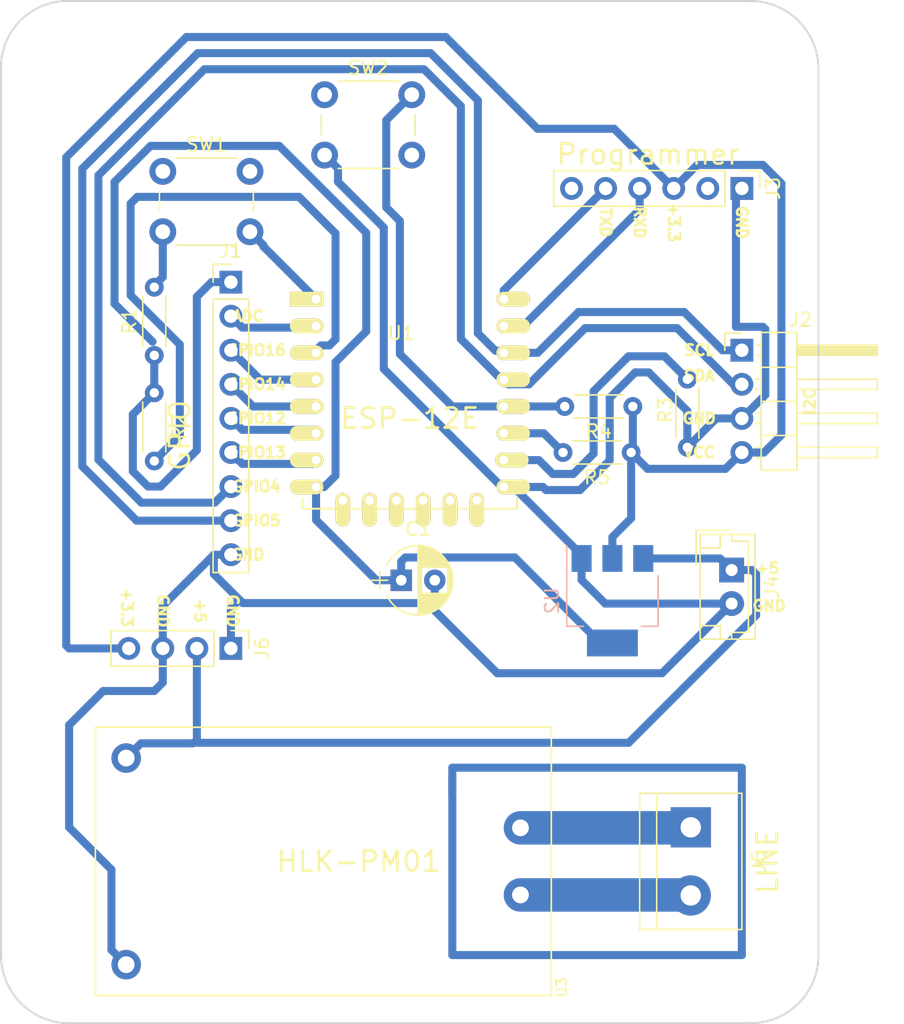
<source format=kicad_pcb>
(kicad_pcb (version 4) (host pcbnew 4.0.7)

  (general
    (links 50)
    (no_connects 8)
    (area 120.574999 69.774999 181.686588 146.126588)
    (thickness 1.6)
    (drawings 36)
    (tracks 222)
    (zones 0)
    (modules 17)
    (nets 28)
  )

  (page A4)
  (layers
    (0 F.Cu signal)
    (31 B.Cu signal)
    (32 B.Adhes user)
    (33 F.Adhes user)
    (34 B.Paste user)
    (35 F.Paste user)
    (36 B.SilkS user)
    (37 F.SilkS user)
    (38 B.Mask user)
    (39 F.Mask user)
    (40 Dwgs.User user)
    (41 Cmts.User user)
    (42 Eco1.User user)
    (43 Eco2.User user)
    (44 Edge.Cuts user)
    (45 Margin user)
    (46 B.CrtYd user)
    (47 F.CrtYd user)
    (48 B.Fab user)
    (49 F.Fab user)
  )

  (setup
    (last_trace_width 0.6)
    (trace_clearance 0.6)
    (zone_clearance 0.508)
    (zone_45_only no)
    (trace_min 0.2)
    (segment_width 0.2)
    (edge_width 0.15)
    (via_size 1.2)
    (via_drill 0.8)
    (via_min_size 0.4)
    (via_min_drill 0.3)
    (uvia_size 0.3)
    (uvia_drill 0.1)
    (uvias_allowed no)
    (uvia_min_size 0.2)
    (uvia_min_drill 0.1)
    (pcb_text_width 0.3)
    (pcb_text_size 1.5 1.5)
    (mod_edge_width 0.15)
    (mod_text_size 1 1)
    (mod_text_width 0.15)
    (pad_size 1.524 1.524)
    (pad_drill 0.762)
    (pad_to_mask_clearance 0.2)
    (aux_axis_origin 0 0)
    (visible_elements 7FFFFFFF)
    (pcbplotparams
      (layerselection 0x00030_80000001)
      (usegerberextensions false)
      (excludeedgelayer true)
      (linewidth 0.100000)
      (plotframeref false)
      (viasonmask false)
      (mode 1)
      (useauxorigin false)
      (hpglpennumber 1)
      (hpglpenspeed 20)
      (hpglpendiameter 15)
      (hpglpenoverlay 2)
      (psnegative false)
      (psa4output false)
      (plotreference true)
      (plotvalue true)
      (plotinvisibletext false)
      (padsonsilk false)
      (subtractmaskfromsilk false)
      (outputformat 1)
      (mirror false)
      (drillshape 1)
      (scaleselection 1)
      (outputdirectory ""))
  )

  (net 0 "")
  (net 1 GND)
  (net 2 GPIO5)
  (net 3 GPIO4)
  (net 4 GPIO13)
  (net 5 GPIO12)
  (net 6 GPIO14)
  (net 7 GPIO16)
  (net 8 ADC)
  (net 9 +3V3)
  (net 10 "Net-(J3-Pad2)")
  (net 11 RXD)
  (net 12 TXD)
  (net 13 "Net-(J3-Pad6)")
  (net 14 +5V)
  (net 15 "Net-(R1-Pad2)")
  (net 16 "Net-(R2-Pad2)")
  (net 17 "Net-(R3-Pad1)")
  (net 18 "Net-(R4-Pad2)")
  (net 19 "Net-(R5-Pad2)")
  (net 20 "Net-(U1-Pad17)")
  (net 21 "Net-(U1-Pad18)")
  (net 22 "Net-(U1-Pad19)")
  (net 23 "Net-(U1-Pad20)")
  (net 24 "Net-(U1-Pad21)")
  (net 25 "Net-(U1-Pad22)")
  (net 26 "Net-(J5-Pad1)")
  (net 27 "Net-(J5-Pad2)")

  (net_class Default "This is the default net class."
    (clearance 0.6)
    (trace_width 0.6)
    (via_dia 1.2)
    (via_drill 0.8)
    (uvia_dia 0.3)
    (uvia_drill 0.1)
    (add_net +3V3)
    (add_net +5V)
    (add_net ADC)
    (add_net GND)
    (add_net GPIO12)
    (add_net GPIO13)
    (add_net GPIO14)
    (add_net GPIO16)
    (add_net GPIO4)
    (add_net GPIO5)
    (add_net "Net-(J3-Pad2)")
    (add_net "Net-(J3-Pad6)")
    (add_net "Net-(J5-Pad1)")
    (add_net "Net-(J5-Pad2)")
    (add_net "Net-(R1-Pad2)")
    (add_net "Net-(R2-Pad2)")
    (add_net "Net-(R3-Pad1)")
    (add_net "Net-(R4-Pad2)")
    (add_net "Net-(R5-Pad2)")
    (add_net "Net-(U1-Pad17)")
    (add_net "Net-(U1-Pad18)")
    (add_net "Net-(U1-Pad19)")
    (add_net "Net-(U1-Pad20)")
    (add_net "Net-(U1-Pad21)")
    (add_net "Net-(U1-Pad22)")
    (add_net RXD)
    (add_net TXD)
  )

  (net_class "Power Track" ""
    (clearance 5)
    (trace_width 2.5)
    (via_dia 1.2)
    (via_drill 0.8)
    (uvia_dia 0.3)
    (uvia_drill 0.1)
  )

  (module Connectors_Terminal_Blocks:TerminalBlock_bornier-2_P5.08mm (layer F.Cu) (tedit 59FF03AB) (tstamp 5A8519EC)
    (at 172.085 131.445 270)
    (descr "simple 2-pin terminal block, pitch 5.08mm, revamped version of bornier2")
    (tags "terminal block bornier2")
    (path /5A85177C)
    (fp_text reference J5 (at 2.54 -5.08 270) (layer F.SilkS)
      (effects (font (size 1 1) (thickness 0.15)))
    )
    (fp_text value Conn_01x02 (at 2.54 5.08 270) (layer F.Fab)
      (effects (font (size 1 1) (thickness 0.15)))
    )
    (fp_text user %R (at 2.54 -0.635 270) (layer F.Fab)
      (effects (font (size 1 1) (thickness 0.15)))
    )
    (fp_line (start -2.41 2.55) (end 7.49 2.55) (layer F.Fab) (width 0.1))
    (fp_line (start -2.46 -3.75) (end -2.46 3.75) (layer F.Fab) (width 0.1))
    (fp_line (start -2.46 3.75) (end 7.54 3.75) (layer F.Fab) (width 0.1))
    (fp_line (start 7.54 3.75) (end 7.54 -3.75) (layer F.Fab) (width 0.1))
    (fp_line (start 7.54 -3.75) (end -2.46 -3.75) (layer F.Fab) (width 0.1))
    (fp_line (start 7.62 2.54) (end -2.54 2.54) (layer F.SilkS) (width 0.12))
    (fp_line (start 7.62 3.81) (end 7.62 -3.81) (layer F.SilkS) (width 0.12))
    (fp_line (start 7.62 -3.81) (end -2.54 -3.81) (layer F.SilkS) (width 0.12))
    (fp_line (start -2.54 -3.81) (end -2.54 3.81) (layer F.SilkS) (width 0.12))
    (fp_line (start -2.54 3.81) (end 7.62 3.81) (layer F.SilkS) (width 0.12))
    (fp_line (start -2.71 -4) (end 7.79 -4) (layer F.CrtYd) (width 0.05))
    (fp_line (start -2.71 -4) (end -2.71 4) (layer F.CrtYd) (width 0.05))
    (fp_line (start 7.79 4) (end 7.79 -4) (layer F.CrtYd) (width 0.05))
    (fp_line (start 7.79 4) (end -2.71 4) (layer F.CrtYd) (width 0.05))
    (pad 1 thru_hole rect (at 0 0 270) (size 3 3) (drill 1.52) (layers *.Cu *.Mask)
      (net 26 "Net-(J5-Pad1)"))
    (pad 2 thru_hole circle (at 5.08 0 270) (size 3 3) (drill 1.52) (layers *.Cu *.Mask)
      (net 27 "Net-(J5-Pad2)"))
    (model ${KISYS3DMOD}/Terminal_Blocks.3dshapes/TerminalBlock_bornier-2_P5.08mm.wrl
      (at (xyz 0.1 0 0))
      (scale (xyz 1 1 1))
      (rotate (xyz 0 0 0))
    )
  )

  (module Resistors_THT:R_Axial_DIN0204_L3.6mm_D1.6mm_P5.08mm_Horizontal placed (layer F.Cu) (tedit 5874F706) (tstamp 5A84E2B6)
    (at 167.767 100.076 180)
    (descr "Resistor, Axial_DIN0204 series, Axial, Horizontal, pin pitch=5.08mm, 0.16666666666666666W = 1/6W, length*diameter=3.6*1.6mm^2, http://cdn-reichelt.de/documents/datenblatt/B400/1_4W%23YAG.pdf")
    (tags "Resistor Axial_DIN0204 series Axial Horizontal pin pitch 5.08mm 0.16666666666666666W = 1/6W length 3.6mm diameter 1.6mm")
    (path /5A84459D)
    (fp_text reference R4 (at 2.54 -1.86 180) (layer F.SilkS)
      (effects (font (size 1 1) (thickness 0.15)))
    )
    (fp_text value 10K (at 2.54 1.86 180) (layer F.Fab)
      (effects (font (size 1 1) (thickness 0.15)))
    )
    (fp_line (start 0.74 -0.8) (end 0.74 0.8) (layer F.Fab) (width 0.1))
    (fp_line (start 0.74 0.8) (end 4.34 0.8) (layer F.Fab) (width 0.1))
    (fp_line (start 4.34 0.8) (end 4.34 -0.8) (layer F.Fab) (width 0.1))
    (fp_line (start 4.34 -0.8) (end 0.74 -0.8) (layer F.Fab) (width 0.1))
    (fp_line (start 0 0) (end 0.74 0) (layer F.Fab) (width 0.1))
    (fp_line (start 5.08 0) (end 4.34 0) (layer F.Fab) (width 0.1))
    (fp_line (start 0.68 -0.86) (end 4.4 -0.86) (layer F.SilkS) (width 0.12))
    (fp_line (start 0.68 0.86) (end 4.4 0.86) (layer F.SilkS) (width 0.12))
    (fp_line (start -0.95 -1.15) (end -0.95 1.15) (layer F.CrtYd) (width 0.05))
    (fp_line (start -0.95 1.15) (end 6.05 1.15) (layer F.CrtYd) (width 0.05))
    (fp_line (start 6.05 1.15) (end 6.05 -1.15) (layer F.CrtYd) (width 0.05))
    (fp_line (start 6.05 -1.15) (end -0.95 -1.15) (layer F.CrtYd) (width 0.05))
    (pad 1 thru_hole circle (at 0 0 180) (size 1.4 1.4) (drill 0.7) (layers *.Cu *.Mask)
      (net 9 +3V3))
    (pad 2 thru_hole oval (at 5.08 0 180) (size 1.4 1.4) (drill 0.7) (layers *.Cu *.Mask)
      (net 18 "Net-(R4-Pad2)"))
    (model ${KISYS3DMOD}/Resistors_THT.3dshapes/R_Axial_DIN0204_L3.6mm_D1.6mm_P5.08mm_Horizontal.wrl
      (at (xyz 0 0 0))
      (scale (xyz 0.393701 0.393701 0.393701))
      (rotate (xyz 0 0 0))
    )
  )

  (module Pin_Headers:Pin_Header_Angled_1x04_Pitch2.54mm placed (layer F.Cu) (tedit 59650532) (tstamp 5A84E28E)
    (at 175.895 95.885)
    (descr "Through hole angled pin header, 1x04, 2.54mm pitch, 6mm pin length, single row")
    (tags "Through hole angled pin header THT 1x04 2.54mm single row")
    (path /5A846CCC)
    (fp_text reference J2 (at 4.385 -2.27) (layer F.SilkS)
      (effects (font (size 1 1) (thickness 0.15)))
    )
    (fp_text value Conn_01x04_Female (at 4.385 9.89) (layer F.Fab)
      (effects (font (size 1 1) (thickness 0.15)))
    )
    (fp_line (start 2.135 -1.27) (end 4.04 -1.27) (layer F.Fab) (width 0.1))
    (fp_line (start 4.04 -1.27) (end 4.04 8.89) (layer F.Fab) (width 0.1))
    (fp_line (start 4.04 8.89) (end 1.5 8.89) (layer F.Fab) (width 0.1))
    (fp_line (start 1.5 8.89) (end 1.5 -0.635) (layer F.Fab) (width 0.1))
    (fp_line (start 1.5 -0.635) (end 2.135 -1.27) (layer F.Fab) (width 0.1))
    (fp_line (start -0.32 -0.32) (end 1.5 -0.32) (layer F.Fab) (width 0.1))
    (fp_line (start -0.32 -0.32) (end -0.32 0.32) (layer F.Fab) (width 0.1))
    (fp_line (start -0.32 0.32) (end 1.5 0.32) (layer F.Fab) (width 0.1))
    (fp_line (start 4.04 -0.32) (end 10.04 -0.32) (layer F.Fab) (width 0.1))
    (fp_line (start 10.04 -0.32) (end 10.04 0.32) (layer F.Fab) (width 0.1))
    (fp_line (start 4.04 0.32) (end 10.04 0.32) (layer F.Fab) (width 0.1))
    (fp_line (start -0.32 2.22) (end 1.5 2.22) (layer F.Fab) (width 0.1))
    (fp_line (start -0.32 2.22) (end -0.32 2.86) (layer F.Fab) (width 0.1))
    (fp_line (start -0.32 2.86) (end 1.5 2.86) (layer F.Fab) (width 0.1))
    (fp_line (start 4.04 2.22) (end 10.04 2.22) (layer F.Fab) (width 0.1))
    (fp_line (start 10.04 2.22) (end 10.04 2.86) (layer F.Fab) (width 0.1))
    (fp_line (start 4.04 2.86) (end 10.04 2.86) (layer F.Fab) (width 0.1))
    (fp_line (start -0.32 4.76) (end 1.5 4.76) (layer F.Fab) (width 0.1))
    (fp_line (start -0.32 4.76) (end -0.32 5.4) (layer F.Fab) (width 0.1))
    (fp_line (start -0.32 5.4) (end 1.5 5.4) (layer F.Fab) (width 0.1))
    (fp_line (start 4.04 4.76) (end 10.04 4.76) (layer F.Fab) (width 0.1))
    (fp_line (start 10.04 4.76) (end 10.04 5.4) (layer F.Fab) (width 0.1))
    (fp_line (start 4.04 5.4) (end 10.04 5.4) (layer F.Fab) (width 0.1))
    (fp_line (start -0.32 7.3) (end 1.5 7.3) (layer F.Fab) (width 0.1))
    (fp_line (start -0.32 7.3) (end -0.32 7.94) (layer F.Fab) (width 0.1))
    (fp_line (start -0.32 7.94) (end 1.5 7.94) (layer F.Fab) (width 0.1))
    (fp_line (start 4.04 7.3) (end 10.04 7.3) (layer F.Fab) (width 0.1))
    (fp_line (start 10.04 7.3) (end 10.04 7.94) (layer F.Fab) (width 0.1))
    (fp_line (start 4.04 7.94) (end 10.04 7.94) (layer F.Fab) (width 0.1))
    (fp_line (start 1.44 -1.33) (end 1.44 8.95) (layer F.SilkS) (width 0.12))
    (fp_line (start 1.44 8.95) (end 4.1 8.95) (layer F.SilkS) (width 0.12))
    (fp_line (start 4.1 8.95) (end 4.1 -1.33) (layer F.SilkS) (width 0.12))
    (fp_line (start 4.1 -1.33) (end 1.44 -1.33) (layer F.SilkS) (width 0.12))
    (fp_line (start 4.1 -0.38) (end 10.1 -0.38) (layer F.SilkS) (width 0.12))
    (fp_line (start 10.1 -0.38) (end 10.1 0.38) (layer F.SilkS) (width 0.12))
    (fp_line (start 10.1 0.38) (end 4.1 0.38) (layer F.SilkS) (width 0.12))
    (fp_line (start 4.1 -0.32) (end 10.1 -0.32) (layer F.SilkS) (width 0.12))
    (fp_line (start 4.1 -0.2) (end 10.1 -0.2) (layer F.SilkS) (width 0.12))
    (fp_line (start 4.1 -0.08) (end 10.1 -0.08) (layer F.SilkS) (width 0.12))
    (fp_line (start 4.1 0.04) (end 10.1 0.04) (layer F.SilkS) (width 0.12))
    (fp_line (start 4.1 0.16) (end 10.1 0.16) (layer F.SilkS) (width 0.12))
    (fp_line (start 4.1 0.28) (end 10.1 0.28) (layer F.SilkS) (width 0.12))
    (fp_line (start 1.11 -0.38) (end 1.44 -0.38) (layer F.SilkS) (width 0.12))
    (fp_line (start 1.11 0.38) (end 1.44 0.38) (layer F.SilkS) (width 0.12))
    (fp_line (start 1.44 1.27) (end 4.1 1.27) (layer F.SilkS) (width 0.12))
    (fp_line (start 4.1 2.16) (end 10.1 2.16) (layer F.SilkS) (width 0.12))
    (fp_line (start 10.1 2.16) (end 10.1 2.92) (layer F.SilkS) (width 0.12))
    (fp_line (start 10.1 2.92) (end 4.1 2.92) (layer F.SilkS) (width 0.12))
    (fp_line (start 1.042929 2.16) (end 1.44 2.16) (layer F.SilkS) (width 0.12))
    (fp_line (start 1.042929 2.92) (end 1.44 2.92) (layer F.SilkS) (width 0.12))
    (fp_line (start 1.44 3.81) (end 4.1 3.81) (layer F.SilkS) (width 0.12))
    (fp_line (start 4.1 4.7) (end 10.1 4.7) (layer F.SilkS) (width 0.12))
    (fp_line (start 10.1 4.7) (end 10.1 5.46) (layer F.SilkS) (width 0.12))
    (fp_line (start 10.1 5.46) (end 4.1 5.46) (layer F.SilkS) (width 0.12))
    (fp_line (start 1.042929 4.7) (end 1.44 4.7) (layer F.SilkS) (width 0.12))
    (fp_line (start 1.042929 5.46) (end 1.44 5.46) (layer F.SilkS) (width 0.12))
    (fp_line (start 1.44 6.35) (end 4.1 6.35) (layer F.SilkS) (width 0.12))
    (fp_line (start 4.1 7.24) (end 10.1 7.24) (layer F.SilkS) (width 0.12))
    (fp_line (start 10.1 7.24) (end 10.1 8) (layer F.SilkS) (width 0.12))
    (fp_line (start 10.1 8) (end 4.1 8) (layer F.SilkS) (width 0.12))
    (fp_line (start 1.042929 7.24) (end 1.44 7.24) (layer F.SilkS) (width 0.12))
    (fp_line (start 1.042929 8) (end 1.44 8) (layer F.SilkS) (width 0.12))
    (fp_line (start -1.27 0) (end -1.27 -1.27) (layer F.SilkS) (width 0.12))
    (fp_line (start -1.27 -1.27) (end 0 -1.27) (layer F.SilkS) (width 0.12))
    (fp_line (start -1.8 -1.8) (end -1.8 9.4) (layer F.CrtYd) (width 0.05))
    (fp_line (start -1.8 9.4) (end 10.55 9.4) (layer F.CrtYd) (width 0.05))
    (fp_line (start 10.55 9.4) (end 10.55 -1.8) (layer F.CrtYd) (width 0.05))
    (fp_line (start 10.55 -1.8) (end -1.8 -1.8) (layer F.CrtYd) (width 0.05))
    (fp_text user %R (at 2.77 3.81 90) (layer F.Fab)
      (effects (font (size 1 1) (thickness 0.15)))
    )
    (pad 1 thru_hole rect (at 0 0) (size 1.7 1.7) (drill 1) (layers *.Cu *.Mask)
      (net 2 GPIO5))
    (pad 2 thru_hole oval (at 0 2.54) (size 1.7 1.7) (drill 1) (layers *.Cu *.Mask)
      (net 3 GPIO4))
    (pad 3 thru_hole oval (at 0 5.08) (size 1.7 1.7) (drill 1) (layers *.Cu *.Mask)
      (net 1 GND))
    (pad 4 thru_hole oval (at 0 7.62) (size 1.7 1.7) (drill 1) (layers *.Cu *.Mask)
      (net 9 +3V3))
    (model ${KISYS3DMOD}/Pin_Headers.3dshapes/Pin_Header_Angled_1x04_Pitch2.54mm.wrl
      (at (xyz 0 0 0))
      (scale (xyz 1 1 1))
      (rotate (xyz 0 0 0))
    )
  )

  (module Socket_Strips:Socket_Strip_Straight_1x06_Pitch2.54mm placed (layer F.Cu) (tedit 58CD5446) (tstamp 5A84E298)
    (at 175.895 83.82 270)
    (descr "Through hole straight socket strip, 1x06, 2.54mm pitch, single row")
    (tags "Through hole socket strip THT 1x06 2.54mm single row")
    (path /5A8443AA)
    (fp_text reference J3 (at 0 -2.33 270) (layer F.SilkS)
      (effects (font (size 1 1) (thickness 0.15)))
    )
    (fp_text value Conn_01x06_Female (at 0 15.03 270) (layer F.Fab)
      (effects (font (size 1 1) (thickness 0.15)))
    )
    (fp_line (start -1.27 -1.27) (end -1.27 13.97) (layer F.Fab) (width 0.1))
    (fp_line (start -1.27 13.97) (end 1.27 13.97) (layer F.Fab) (width 0.1))
    (fp_line (start 1.27 13.97) (end 1.27 -1.27) (layer F.Fab) (width 0.1))
    (fp_line (start 1.27 -1.27) (end -1.27 -1.27) (layer F.Fab) (width 0.1))
    (fp_line (start -1.33 1.27) (end -1.33 14.03) (layer F.SilkS) (width 0.12))
    (fp_line (start -1.33 14.03) (end 1.33 14.03) (layer F.SilkS) (width 0.12))
    (fp_line (start 1.33 14.03) (end 1.33 1.27) (layer F.SilkS) (width 0.12))
    (fp_line (start 1.33 1.27) (end -1.33 1.27) (layer F.SilkS) (width 0.12))
    (fp_line (start -1.33 0) (end -1.33 -1.33) (layer F.SilkS) (width 0.12))
    (fp_line (start -1.33 -1.33) (end 0 -1.33) (layer F.SilkS) (width 0.12))
    (fp_line (start -1.8 -1.8) (end -1.8 14.5) (layer F.CrtYd) (width 0.05))
    (fp_line (start -1.8 14.5) (end 1.8 14.5) (layer F.CrtYd) (width 0.05))
    (fp_line (start 1.8 14.5) (end 1.8 -1.8) (layer F.CrtYd) (width 0.05))
    (fp_line (start 1.8 -1.8) (end -1.8 -1.8) (layer F.CrtYd) (width 0.05))
    (fp_text user %R (at 0 -2.33 270) (layer F.Fab)
      (effects (font (size 1 1) (thickness 0.15)))
    )
    (pad 1 thru_hole rect (at 0 0 270) (size 1.7 1.7) (drill 1) (layers *.Cu *.Mask)
      (net 1 GND))
    (pad 2 thru_hole oval (at 0 2.54 270) (size 1.7 1.7) (drill 1) (layers *.Cu *.Mask)
      (net 10 "Net-(J3-Pad2)"))
    (pad 3 thru_hole oval (at 0 5.08 270) (size 1.7 1.7) (drill 1) (layers *.Cu *.Mask)
      (net 9 +3V3))
    (pad 4 thru_hole oval (at 0 7.62 270) (size 1.7 1.7) (drill 1) (layers *.Cu *.Mask)
      (net 11 RXD))
    (pad 5 thru_hole oval (at 0 10.16 270) (size 1.7 1.7) (drill 1) (layers *.Cu *.Mask)
      (net 12 TXD))
    (pad 6 thru_hole oval (at 0 12.7 270) (size 1.7 1.7) (drill 1) (layers *.Cu *.Mask)
      (net 13 "Net-(J3-Pad6)"))
    (model ${KISYS3DMOD}/Socket_Strips.3dshapes/Socket_Strip_Straight_1x06_Pitch2.54mm.wrl
      (at (xyz 0 -0.25 0))
      (scale (xyz 1 1 1))
      (rotate (xyz 0 0 270))
    )
  )

  (module Connectors_JST:JST_EH_B02B-EH-A_02x2.50mm_Straight placed (layer F.Cu) (tedit 58A3B0B5) (tstamp 5A84E29E)
    (at 175.133 112.268 270)
    (descr "JST EH series connector, B02B-EH-A, 2.50mm pitch, top entry")
    (tags "connector jst eh top vertical straight")
    (path /5A84E0C8)
    (fp_text reference J4 (at 1.25 -3 270) (layer F.SilkS)
      (effects (font (size 1 1) (thickness 0.15)))
    )
    (fp_text value Conn_01x02_Male (at 1.25 3.5 270) (layer F.Fab)
      (effects (font (size 1 1) (thickness 0.15)))
    )
    (fp_text user %R (at 1.25 -3 270) (layer F.Fab)
      (effects (font (size 1 1) (thickness 0.15)))
    )
    (fp_line (start -2.5 -1.6) (end -2.5 2.2) (layer F.Fab) (width 0.1))
    (fp_line (start -2.5 2.2) (end 5 2.2) (layer F.Fab) (width 0.1))
    (fp_line (start 5 2.2) (end 5 -1.6) (layer F.Fab) (width 0.1))
    (fp_line (start 5 -1.6) (end -2.5 -1.6) (layer F.Fab) (width 0.1))
    (fp_line (start -2.65 -1.75) (end -2.65 2.35) (layer F.SilkS) (width 0.12))
    (fp_line (start -2.65 2.35) (end 5.15 2.35) (layer F.SilkS) (width 0.12))
    (fp_line (start 5.15 2.35) (end 5.15 -1.75) (layer F.SilkS) (width 0.12))
    (fp_line (start 5.15 -1.75) (end -2.65 -1.75) (layer F.SilkS) (width 0.12))
    (fp_line (start -2.65 0) (end -2.15 0) (layer F.SilkS) (width 0.12))
    (fp_line (start -2.15 0) (end -2.15 -1.25) (layer F.SilkS) (width 0.12))
    (fp_line (start -2.15 -1.25) (end 4.65 -1.25) (layer F.SilkS) (width 0.12))
    (fp_line (start 4.65 -1.25) (end 4.65 0) (layer F.SilkS) (width 0.12))
    (fp_line (start 4.65 0) (end 5.15 0) (layer F.SilkS) (width 0.12))
    (fp_line (start -2.65 0.85) (end -1.65 0.85) (layer F.SilkS) (width 0.12))
    (fp_line (start -1.65 0.85) (end -1.65 2.35) (layer F.SilkS) (width 0.12))
    (fp_line (start 5.15 0.85) (end 4.15 0.85) (layer F.SilkS) (width 0.12))
    (fp_line (start 4.15 0.85) (end 4.15 2.35) (layer F.SilkS) (width 0.12))
    (fp_line (start -2.95 0.15) (end -2.95 2.65) (layer F.SilkS) (width 0.12))
    (fp_line (start -2.95 2.65) (end -0.45 2.65) (layer F.SilkS) (width 0.12))
    (fp_line (start -2.95 0.15) (end -2.95 2.65) (layer F.Fab) (width 0.1))
    (fp_line (start -2.95 2.65) (end -0.45 2.65) (layer F.Fab) (width 0.1))
    (fp_line (start -3.15 -2.25) (end -3.15 2.85) (layer F.CrtYd) (width 0.05))
    (fp_line (start -3.15 2.85) (end 5.65 2.85) (layer F.CrtYd) (width 0.05))
    (fp_line (start 5.65 2.85) (end 5.65 -2.25) (layer F.CrtYd) (width 0.05))
    (fp_line (start 5.65 -2.25) (end -3.15 -2.25) (layer F.CrtYd) (width 0.05))
    (pad 1 thru_hole rect (at 0 0 270) (size 1.85 1.85) (drill 0.9) (layers *.Cu *.Mask)
      (net 14 +5V))
    (pad 2 thru_hole circle (at 2.5 0 270) (size 1.85 1.85) (drill 0.9) (layers *.Cu *.Mask)
      (net 1 GND))
    (model Connectors_JST.3dshapes/JST_EH_B02B-EH-A_02x2.50mm_Straight.wrl
      (at (xyz 0 0 0))
      (scale (xyz 1 1 1))
      (rotate (xyz 0 0 0))
    )
  )

  (module Resistors_THT:R_Axial_DIN0204_L3.6mm_D1.6mm_P5.08mm_Horizontal placed (layer F.Cu) (tedit 5874F706) (tstamp 5A84E2B0)
    (at 171.831 98.044 270)
    (descr "Resistor, Axial_DIN0204 series, Axial, Horizontal, pin pitch=5.08mm, 0.16666666666666666W = 1/6W, length*diameter=3.6*1.6mm^2, http://cdn-reichelt.de/documents/datenblatt/B400/1_4W%23YAG.pdf")
    (tags "Resistor Axial_DIN0204 series Axial Horizontal pin pitch 5.08mm 0.16666666666666666W = 1/6W length 3.6mm diameter 1.6mm")
    (path /5A844B9A)
    (fp_text reference R3 (at 2.286 1.651 270) (layer F.SilkS)
      (effects (font (size 1 1) (thickness 0.15)))
    )
    (fp_text value 10K (at 2.54 1.86 270) (layer F.Fab)
      (effects (font (size 1 1) (thickness 0.15)))
    )
    (fp_line (start 0.74 -0.8) (end 0.74 0.8) (layer F.Fab) (width 0.1))
    (fp_line (start 0.74 0.8) (end 4.34 0.8) (layer F.Fab) (width 0.1))
    (fp_line (start 4.34 0.8) (end 4.34 -0.8) (layer F.Fab) (width 0.1))
    (fp_line (start 4.34 -0.8) (end 0.74 -0.8) (layer F.Fab) (width 0.1))
    (fp_line (start 0 0) (end 0.74 0) (layer F.Fab) (width 0.1))
    (fp_line (start 5.08 0) (end 4.34 0) (layer F.Fab) (width 0.1))
    (fp_line (start 0.68 -0.86) (end 4.4 -0.86) (layer F.SilkS) (width 0.12))
    (fp_line (start 0.68 0.86) (end 4.4 0.86) (layer F.SilkS) (width 0.12))
    (fp_line (start -0.95 -1.15) (end -0.95 1.15) (layer F.CrtYd) (width 0.05))
    (fp_line (start -0.95 1.15) (end 6.05 1.15) (layer F.CrtYd) (width 0.05))
    (fp_line (start 6.05 1.15) (end 6.05 -1.15) (layer F.CrtYd) (width 0.05))
    (fp_line (start 6.05 -1.15) (end -0.95 -1.15) (layer F.CrtYd) (width 0.05))
    (pad 1 thru_hole circle (at 0 0 270) (size 1.4 1.4) (drill 0.7) (layers *.Cu *.Mask)
      (net 17 "Net-(R3-Pad1)"))
    (pad 2 thru_hole oval (at 5.08 0 270) (size 1.4 1.4) (drill 0.7) (layers *.Cu *.Mask)
      (net 1 GND))
    (model ${KISYS3DMOD}/Resistors_THT.3dshapes/R_Axial_DIN0204_L3.6mm_D1.6mm_P5.08mm_Horizontal.wrl
      (at (xyz 0 0 0))
      (scale (xyz 0.393701 0.393701 0.393701))
      (rotate (xyz 0 0 0))
    )
  )

  (module Resistors_THT:R_Axial_DIN0204_L3.6mm_D1.6mm_P5.08mm_Horizontal placed (layer F.Cu) (tedit 5874F706) (tstamp 5A84E2BC)
    (at 167.64 103.505 180)
    (descr "Resistor, Axial_DIN0204 series, Axial, Horizontal, pin pitch=5.08mm, 0.16666666666666666W = 1/6W, length*diameter=3.6*1.6mm^2, http://cdn-reichelt.de/documents/datenblatt/B400/1_4W%23YAG.pdf")
    (tags "Resistor Axial_DIN0204 series Axial Horizontal pin pitch 5.08mm 0.16666666666666666W = 1/6W length 3.6mm diameter 1.6mm")
    (path /5A84461D)
    (fp_text reference R5 (at 2.54 -1.86 180) (layer F.SilkS)
      (effects (font (size 1 1) (thickness 0.15)))
    )
    (fp_text value 10K (at 2.54 1.86 180) (layer F.Fab)
      (effects (font (size 1 1) (thickness 0.15)))
    )
    (fp_line (start 0.74 -0.8) (end 0.74 0.8) (layer F.Fab) (width 0.1))
    (fp_line (start 0.74 0.8) (end 4.34 0.8) (layer F.Fab) (width 0.1))
    (fp_line (start 4.34 0.8) (end 4.34 -0.8) (layer F.Fab) (width 0.1))
    (fp_line (start 4.34 -0.8) (end 0.74 -0.8) (layer F.Fab) (width 0.1))
    (fp_line (start 0 0) (end 0.74 0) (layer F.Fab) (width 0.1))
    (fp_line (start 5.08 0) (end 4.34 0) (layer F.Fab) (width 0.1))
    (fp_line (start 0.68 -0.86) (end 4.4 -0.86) (layer F.SilkS) (width 0.12))
    (fp_line (start 0.68 0.86) (end 4.4 0.86) (layer F.SilkS) (width 0.12))
    (fp_line (start -0.95 -1.15) (end -0.95 1.15) (layer F.CrtYd) (width 0.05))
    (fp_line (start -0.95 1.15) (end 6.05 1.15) (layer F.CrtYd) (width 0.05))
    (fp_line (start 6.05 1.15) (end 6.05 -1.15) (layer F.CrtYd) (width 0.05))
    (fp_line (start 6.05 -1.15) (end -0.95 -1.15) (layer F.CrtYd) (width 0.05))
    (pad 1 thru_hole circle (at 0 0 180) (size 1.4 1.4) (drill 0.7) (layers *.Cu *.Mask)
      (net 9 +3V3))
    (pad 2 thru_hole oval (at 5.08 0 180) (size 1.4 1.4) (drill 0.7) (layers *.Cu *.Mask)
      (net 19 "Net-(R5-Pad2)"))
    (model ${KISYS3DMOD}/Resistors_THT.3dshapes/R_Axial_DIN0204_L3.6mm_D1.6mm_P5.08mm_Horizontal.wrl
      (at (xyz 0 0 0))
      (scale (xyz 0.393701 0.393701 0.393701))
      (rotate (xyz 0 0 0))
    )
  )

  (module Buttons_Switches_THT:SW_PUSH_6mm placed (layer F.Cu) (tedit 5923F252) (tstamp 5A84E2CC)
    (at 144.78 76.835)
    (descr https://www.omron.com/ecb/products/pdf/en-b3f.pdf)
    (tags "tact sw push 6mm")
    (path /5A84469A)
    (fp_text reference SW2 (at 3.25 -2) (layer F.SilkS)
      (effects (font (size 1 1) (thickness 0.15)))
    )
    (fp_text value PGM (at 3.75 6.7) (layer F.Fab)
      (effects (font (size 1 1) (thickness 0.15)))
    )
    (fp_text user %R (at 3.25 2.25) (layer F.Fab)
      (effects (font (size 1 1) (thickness 0.15)))
    )
    (fp_line (start 3.25 -0.75) (end 6.25 -0.75) (layer F.Fab) (width 0.1))
    (fp_line (start 6.25 -0.75) (end 6.25 5.25) (layer F.Fab) (width 0.1))
    (fp_line (start 6.25 5.25) (end 0.25 5.25) (layer F.Fab) (width 0.1))
    (fp_line (start 0.25 5.25) (end 0.25 -0.75) (layer F.Fab) (width 0.1))
    (fp_line (start 0.25 -0.75) (end 3.25 -0.75) (layer F.Fab) (width 0.1))
    (fp_line (start 7.75 6) (end 8 6) (layer F.CrtYd) (width 0.05))
    (fp_line (start 8 6) (end 8 5.75) (layer F.CrtYd) (width 0.05))
    (fp_line (start 7.75 -1.5) (end 8 -1.5) (layer F.CrtYd) (width 0.05))
    (fp_line (start 8 -1.5) (end 8 -1.25) (layer F.CrtYd) (width 0.05))
    (fp_line (start -1.5 -1.25) (end -1.5 -1.5) (layer F.CrtYd) (width 0.05))
    (fp_line (start -1.5 -1.5) (end -1.25 -1.5) (layer F.CrtYd) (width 0.05))
    (fp_line (start -1.5 5.75) (end -1.5 6) (layer F.CrtYd) (width 0.05))
    (fp_line (start -1.5 6) (end -1.25 6) (layer F.CrtYd) (width 0.05))
    (fp_line (start -1.25 -1.5) (end 7.75 -1.5) (layer F.CrtYd) (width 0.05))
    (fp_line (start -1.5 5.75) (end -1.5 -1.25) (layer F.CrtYd) (width 0.05))
    (fp_line (start 7.75 6) (end -1.25 6) (layer F.CrtYd) (width 0.05))
    (fp_line (start 8 -1.25) (end 8 5.75) (layer F.CrtYd) (width 0.05))
    (fp_line (start 1 5.5) (end 5.5 5.5) (layer F.SilkS) (width 0.12))
    (fp_line (start -0.25 1.5) (end -0.25 3) (layer F.SilkS) (width 0.12))
    (fp_line (start 5.5 -1) (end 1 -1) (layer F.SilkS) (width 0.12))
    (fp_line (start 6.75 3) (end 6.75 1.5) (layer F.SilkS) (width 0.12))
    (fp_circle (center 3.25 2.25) (end 1.25 2.5) (layer F.Fab) (width 0.1))
    (pad 2 thru_hole circle (at 0 4.5 90) (size 2 2) (drill 1.1) (layers *.Cu *.Mask)
      (net 1 GND))
    (pad 1 thru_hole circle (at 0 0 90) (size 2 2) (drill 1.1) (layers *.Cu *.Mask)
      (net 18 "Net-(R4-Pad2)"))
    (pad 2 thru_hole circle (at 6.5 4.5 90) (size 2 2) (drill 1.1) (layers *.Cu *.Mask)
      (net 1 GND))
    (pad 1 thru_hole circle (at 6.5 0 90) (size 2 2) (drill 1.1) (layers *.Cu *.Mask)
      (net 18 "Net-(R4-Pad2)"))
    (model ${KISYS3DMOD}/Buttons_Switches_THT.3dshapes/SW_PUSH_6mm.wrl
      (at (xyz 0.005 0 0))
      (scale (xyz 0.3937 0.3937 0.3937))
      (rotate (xyz 0 0 0))
    )
  )

  (module Capacitors_THT:CP_Radial_D5.0mm_P2.50mm (layer F.Cu) (tedit 597BC7C2) (tstamp 5A84E5EB)
    (at 150.495 113.03)
    (descr "CP, Radial series, Radial, pin pitch=2.50mm, , diameter=5mm, Electrolytic Capacitor")
    (tags "CP Radial series Radial pin pitch 2.50mm  diameter 5mm Electrolytic Capacitor")
    (path /5A84E4D8)
    (fp_text reference C1 (at 1.25 -3.81) (layer F.SilkS)
      (effects (font (size 1 1) (thickness 0.15)))
    )
    (fp_text value "22uF 10V" (at 1.25 3.81) (layer F.Fab)
      (effects (font (size 1 1) (thickness 0.15)))
    )
    (fp_arc (start 1.25 0) (end -1.05558 -1.18) (angle 125.8) (layer F.SilkS) (width 0.12))
    (fp_arc (start 1.25 0) (end -1.05558 1.18) (angle -125.8) (layer F.SilkS) (width 0.12))
    (fp_arc (start 1.25 0) (end 3.55558 -1.18) (angle 54.2) (layer F.SilkS) (width 0.12))
    (fp_circle (center 1.25 0) (end 3.75 0) (layer F.Fab) (width 0.1))
    (fp_line (start -2.2 0) (end -1 0) (layer F.Fab) (width 0.1))
    (fp_line (start -1.6 -0.65) (end -1.6 0.65) (layer F.Fab) (width 0.1))
    (fp_line (start 1.25 -2.55) (end 1.25 2.55) (layer F.SilkS) (width 0.12))
    (fp_line (start 1.29 -2.55) (end 1.29 2.55) (layer F.SilkS) (width 0.12))
    (fp_line (start 1.33 -2.549) (end 1.33 2.549) (layer F.SilkS) (width 0.12))
    (fp_line (start 1.37 -2.548) (end 1.37 2.548) (layer F.SilkS) (width 0.12))
    (fp_line (start 1.41 -2.546) (end 1.41 2.546) (layer F.SilkS) (width 0.12))
    (fp_line (start 1.45 -2.543) (end 1.45 2.543) (layer F.SilkS) (width 0.12))
    (fp_line (start 1.49 -2.539) (end 1.49 2.539) (layer F.SilkS) (width 0.12))
    (fp_line (start 1.53 -2.535) (end 1.53 -0.98) (layer F.SilkS) (width 0.12))
    (fp_line (start 1.53 0.98) (end 1.53 2.535) (layer F.SilkS) (width 0.12))
    (fp_line (start 1.57 -2.531) (end 1.57 -0.98) (layer F.SilkS) (width 0.12))
    (fp_line (start 1.57 0.98) (end 1.57 2.531) (layer F.SilkS) (width 0.12))
    (fp_line (start 1.61 -2.525) (end 1.61 -0.98) (layer F.SilkS) (width 0.12))
    (fp_line (start 1.61 0.98) (end 1.61 2.525) (layer F.SilkS) (width 0.12))
    (fp_line (start 1.65 -2.519) (end 1.65 -0.98) (layer F.SilkS) (width 0.12))
    (fp_line (start 1.65 0.98) (end 1.65 2.519) (layer F.SilkS) (width 0.12))
    (fp_line (start 1.69 -2.513) (end 1.69 -0.98) (layer F.SilkS) (width 0.12))
    (fp_line (start 1.69 0.98) (end 1.69 2.513) (layer F.SilkS) (width 0.12))
    (fp_line (start 1.73 -2.506) (end 1.73 -0.98) (layer F.SilkS) (width 0.12))
    (fp_line (start 1.73 0.98) (end 1.73 2.506) (layer F.SilkS) (width 0.12))
    (fp_line (start 1.77 -2.498) (end 1.77 -0.98) (layer F.SilkS) (width 0.12))
    (fp_line (start 1.77 0.98) (end 1.77 2.498) (layer F.SilkS) (width 0.12))
    (fp_line (start 1.81 -2.489) (end 1.81 -0.98) (layer F.SilkS) (width 0.12))
    (fp_line (start 1.81 0.98) (end 1.81 2.489) (layer F.SilkS) (width 0.12))
    (fp_line (start 1.85 -2.48) (end 1.85 -0.98) (layer F.SilkS) (width 0.12))
    (fp_line (start 1.85 0.98) (end 1.85 2.48) (layer F.SilkS) (width 0.12))
    (fp_line (start 1.89 -2.47) (end 1.89 -0.98) (layer F.SilkS) (width 0.12))
    (fp_line (start 1.89 0.98) (end 1.89 2.47) (layer F.SilkS) (width 0.12))
    (fp_line (start 1.93 -2.46) (end 1.93 -0.98) (layer F.SilkS) (width 0.12))
    (fp_line (start 1.93 0.98) (end 1.93 2.46) (layer F.SilkS) (width 0.12))
    (fp_line (start 1.971 -2.448) (end 1.971 -0.98) (layer F.SilkS) (width 0.12))
    (fp_line (start 1.971 0.98) (end 1.971 2.448) (layer F.SilkS) (width 0.12))
    (fp_line (start 2.011 -2.436) (end 2.011 -0.98) (layer F.SilkS) (width 0.12))
    (fp_line (start 2.011 0.98) (end 2.011 2.436) (layer F.SilkS) (width 0.12))
    (fp_line (start 2.051 -2.424) (end 2.051 -0.98) (layer F.SilkS) (width 0.12))
    (fp_line (start 2.051 0.98) (end 2.051 2.424) (layer F.SilkS) (width 0.12))
    (fp_line (start 2.091 -2.41) (end 2.091 -0.98) (layer F.SilkS) (width 0.12))
    (fp_line (start 2.091 0.98) (end 2.091 2.41) (layer F.SilkS) (width 0.12))
    (fp_line (start 2.131 -2.396) (end 2.131 -0.98) (layer F.SilkS) (width 0.12))
    (fp_line (start 2.131 0.98) (end 2.131 2.396) (layer F.SilkS) (width 0.12))
    (fp_line (start 2.171 -2.382) (end 2.171 -0.98) (layer F.SilkS) (width 0.12))
    (fp_line (start 2.171 0.98) (end 2.171 2.382) (layer F.SilkS) (width 0.12))
    (fp_line (start 2.211 -2.366) (end 2.211 -0.98) (layer F.SilkS) (width 0.12))
    (fp_line (start 2.211 0.98) (end 2.211 2.366) (layer F.SilkS) (width 0.12))
    (fp_line (start 2.251 -2.35) (end 2.251 -0.98) (layer F.SilkS) (width 0.12))
    (fp_line (start 2.251 0.98) (end 2.251 2.35) (layer F.SilkS) (width 0.12))
    (fp_line (start 2.291 -2.333) (end 2.291 -0.98) (layer F.SilkS) (width 0.12))
    (fp_line (start 2.291 0.98) (end 2.291 2.333) (layer F.SilkS) (width 0.12))
    (fp_line (start 2.331 -2.315) (end 2.331 -0.98) (layer F.SilkS) (width 0.12))
    (fp_line (start 2.331 0.98) (end 2.331 2.315) (layer F.SilkS) (width 0.12))
    (fp_line (start 2.371 -2.296) (end 2.371 -0.98) (layer F.SilkS) (width 0.12))
    (fp_line (start 2.371 0.98) (end 2.371 2.296) (layer F.SilkS) (width 0.12))
    (fp_line (start 2.411 -2.276) (end 2.411 -0.98) (layer F.SilkS) (width 0.12))
    (fp_line (start 2.411 0.98) (end 2.411 2.276) (layer F.SilkS) (width 0.12))
    (fp_line (start 2.451 -2.256) (end 2.451 -0.98) (layer F.SilkS) (width 0.12))
    (fp_line (start 2.451 0.98) (end 2.451 2.256) (layer F.SilkS) (width 0.12))
    (fp_line (start 2.491 -2.234) (end 2.491 -0.98) (layer F.SilkS) (width 0.12))
    (fp_line (start 2.491 0.98) (end 2.491 2.234) (layer F.SilkS) (width 0.12))
    (fp_line (start 2.531 -2.212) (end 2.531 -0.98) (layer F.SilkS) (width 0.12))
    (fp_line (start 2.531 0.98) (end 2.531 2.212) (layer F.SilkS) (width 0.12))
    (fp_line (start 2.571 -2.189) (end 2.571 -0.98) (layer F.SilkS) (width 0.12))
    (fp_line (start 2.571 0.98) (end 2.571 2.189) (layer F.SilkS) (width 0.12))
    (fp_line (start 2.611 -2.165) (end 2.611 -0.98) (layer F.SilkS) (width 0.12))
    (fp_line (start 2.611 0.98) (end 2.611 2.165) (layer F.SilkS) (width 0.12))
    (fp_line (start 2.651 -2.14) (end 2.651 -0.98) (layer F.SilkS) (width 0.12))
    (fp_line (start 2.651 0.98) (end 2.651 2.14) (layer F.SilkS) (width 0.12))
    (fp_line (start 2.691 -2.113) (end 2.691 -0.98) (layer F.SilkS) (width 0.12))
    (fp_line (start 2.691 0.98) (end 2.691 2.113) (layer F.SilkS) (width 0.12))
    (fp_line (start 2.731 -2.086) (end 2.731 -0.98) (layer F.SilkS) (width 0.12))
    (fp_line (start 2.731 0.98) (end 2.731 2.086) (layer F.SilkS) (width 0.12))
    (fp_line (start 2.771 -2.058) (end 2.771 -0.98) (layer F.SilkS) (width 0.12))
    (fp_line (start 2.771 0.98) (end 2.771 2.058) (layer F.SilkS) (width 0.12))
    (fp_line (start 2.811 -2.028) (end 2.811 -0.98) (layer F.SilkS) (width 0.12))
    (fp_line (start 2.811 0.98) (end 2.811 2.028) (layer F.SilkS) (width 0.12))
    (fp_line (start 2.851 -1.997) (end 2.851 -0.98) (layer F.SilkS) (width 0.12))
    (fp_line (start 2.851 0.98) (end 2.851 1.997) (layer F.SilkS) (width 0.12))
    (fp_line (start 2.891 -1.965) (end 2.891 -0.98) (layer F.SilkS) (width 0.12))
    (fp_line (start 2.891 0.98) (end 2.891 1.965) (layer F.SilkS) (width 0.12))
    (fp_line (start 2.931 -1.932) (end 2.931 -0.98) (layer F.SilkS) (width 0.12))
    (fp_line (start 2.931 0.98) (end 2.931 1.932) (layer F.SilkS) (width 0.12))
    (fp_line (start 2.971 -1.897) (end 2.971 -0.98) (layer F.SilkS) (width 0.12))
    (fp_line (start 2.971 0.98) (end 2.971 1.897) (layer F.SilkS) (width 0.12))
    (fp_line (start 3.011 -1.861) (end 3.011 -0.98) (layer F.SilkS) (width 0.12))
    (fp_line (start 3.011 0.98) (end 3.011 1.861) (layer F.SilkS) (width 0.12))
    (fp_line (start 3.051 -1.823) (end 3.051 -0.98) (layer F.SilkS) (width 0.12))
    (fp_line (start 3.051 0.98) (end 3.051 1.823) (layer F.SilkS) (width 0.12))
    (fp_line (start 3.091 -1.783) (end 3.091 -0.98) (layer F.SilkS) (width 0.12))
    (fp_line (start 3.091 0.98) (end 3.091 1.783) (layer F.SilkS) (width 0.12))
    (fp_line (start 3.131 -1.742) (end 3.131 -0.98) (layer F.SilkS) (width 0.12))
    (fp_line (start 3.131 0.98) (end 3.131 1.742) (layer F.SilkS) (width 0.12))
    (fp_line (start 3.171 -1.699) (end 3.171 -0.98) (layer F.SilkS) (width 0.12))
    (fp_line (start 3.171 0.98) (end 3.171 1.699) (layer F.SilkS) (width 0.12))
    (fp_line (start 3.211 -1.654) (end 3.211 -0.98) (layer F.SilkS) (width 0.12))
    (fp_line (start 3.211 0.98) (end 3.211 1.654) (layer F.SilkS) (width 0.12))
    (fp_line (start 3.251 -1.606) (end 3.251 -0.98) (layer F.SilkS) (width 0.12))
    (fp_line (start 3.251 0.98) (end 3.251 1.606) (layer F.SilkS) (width 0.12))
    (fp_line (start 3.291 -1.556) (end 3.291 -0.98) (layer F.SilkS) (width 0.12))
    (fp_line (start 3.291 0.98) (end 3.291 1.556) (layer F.SilkS) (width 0.12))
    (fp_line (start 3.331 -1.504) (end 3.331 -0.98) (layer F.SilkS) (width 0.12))
    (fp_line (start 3.331 0.98) (end 3.331 1.504) (layer F.SilkS) (width 0.12))
    (fp_line (start 3.371 -1.448) (end 3.371 -0.98) (layer F.SilkS) (width 0.12))
    (fp_line (start 3.371 0.98) (end 3.371 1.448) (layer F.SilkS) (width 0.12))
    (fp_line (start 3.411 -1.39) (end 3.411 -0.98) (layer F.SilkS) (width 0.12))
    (fp_line (start 3.411 0.98) (end 3.411 1.39) (layer F.SilkS) (width 0.12))
    (fp_line (start 3.451 -1.327) (end 3.451 -0.98) (layer F.SilkS) (width 0.12))
    (fp_line (start 3.451 0.98) (end 3.451 1.327) (layer F.SilkS) (width 0.12))
    (fp_line (start 3.491 -1.261) (end 3.491 1.261) (layer F.SilkS) (width 0.12))
    (fp_line (start 3.531 -1.189) (end 3.531 1.189) (layer F.SilkS) (width 0.12))
    (fp_line (start 3.571 -1.112) (end 3.571 1.112) (layer F.SilkS) (width 0.12))
    (fp_line (start 3.611 -1.028) (end 3.611 1.028) (layer F.SilkS) (width 0.12))
    (fp_line (start 3.651 -0.934) (end 3.651 0.934) (layer F.SilkS) (width 0.12))
    (fp_line (start 3.691 -0.829) (end 3.691 0.829) (layer F.SilkS) (width 0.12))
    (fp_line (start 3.731 -0.707) (end 3.731 0.707) (layer F.SilkS) (width 0.12))
    (fp_line (start 3.771 -0.559) (end 3.771 0.559) (layer F.SilkS) (width 0.12))
    (fp_line (start 3.811 -0.354) (end 3.811 0.354) (layer F.SilkS) (width 0.12))
    (fp_line (start -2.2 0) (end -1 0) (layer F.SilkS) (width 0.12))
    (fp_line (start -1.6 -0.65) (end -1.6 0.65) (layer F.SilkS) (width 0.12))
    (fp_line (start -1.6 -2.85) (end -1.6 2.85) (layer F.CrtYd) (width 0.05))
    (fp_line (start -1.6 2.85) (end 4.1 2.85) (layer F.CrtYd) (width 0.05))
    (fp_line (start 4.1 2.85) (end 4.1 -2.85) (layer F.CrtYd) (width 0.05))
    (fp_line (start 4.1 -2.85) (end -1.6 -2.85) (layer F.CrtYd) (width 0.05))
    (fp_text user %R (at 1.25 0) (layer F.Fab)
      (effects (font (size 1 1) (thickness 0.15)))
    )
    (pad 1 thru_hole rect (at 0 0) (size 1.6 1.6) (drill 0.8) (layers *.Cu *.Mask)
      (net 9 +3V3))
    (pad 2 thru_hole circle (at 2.5 0) (size 1.6 1.6) (drill 0.8) (layers *.Cu *.Mask)
      (net 1 GND))
    (model ${KISYS3DMOD}/Capacitors_THT.3dshapes/CP_Radial_D5.0mm_P2.50mm.wrl
      (at (xyz 0 0 0))
      (scale (xyz 1 1 1))
      (rotate (xyz 0 0 0))
    )
  )

  (module Resistors_THT:R_Axial_DIN0204_L3.6mm_D1.6mm_P5.08mm_Horizontal placed (layer F.Cu) (tedit 5874F706) (tstamp 5A84E2A4)
    (at 132.08 96.266 90)
    (descr "Resistor, Axial_DIN0204 series, Axial, Horizontal, pin pitch=5.08mm, 0.16666666666666666W = 1/6W, length*diameter=3.6*1.6mm^2, http://cdn-reichelt.de/documents/datenblatt/B400/1_4W%23YAG.pdf")
    (tags "Resistor Axial_DIN0204 series Axial Horizontal pin pitch 5.08mm 0.16666666666666666W = 1/6W length 3.6mm diameter 1.6mm")
    (path /5A844271)
    (fp_text reference R1 (at 2.54 -1.86 90) (layer F.SilkS)
      (effects (font (size 1 1) (thickness 0.15)))
    )
    (fp_text value 10K (at 2.54 1.86 90) (layer F.Fab)
      (effects (font (size 1 1) (thickness 0.15)))
    )
    (fp_line (start 0.74 -0.8) (end 0.74 0.8) (layer F.Fab) (width 0.1))
    (fp_line (start 0.74 0.8) (end 4.34 0.8) (layer F.Fab) (width 0.1))
    (fp_line (start 4.34 0.8) (end 4.34 -0.8) (layer F.Fab) (width 0.1))
    (fp_line (start 4.34 -0.8) (end 0.74 -0.8) (layer F.Fab) (width 0.1))
    (fp_line (start 0 0) (end 0.74 0) (layer F.Fab) (width 0.1))
    (fp_line (start 5.08 0) (end 4.34 0) (layer F.Fab) (width 0.1))
    (fp_line (start 0.68 -0.86) (end 4.4 -0.86) (layer F.SilkS) (width 0.12))
    (fp_line (start 0.68 0.86) (end 4.4 0.86) (layer F.SilkS) (width 0.12))
    (fp_line (start -0.95 -1.15) (end -0.95 1.15) (layer F.CrtYd) (width 0.05))
    (fp_line (start -0.95 1.15) (end 6.05 1.15) (layer F.CrtYd) (width 0.05))
    (fp_line (start 6.05 1.15) (end 6.05 -1.15) (layer F.CrtYd) (width 0.05))
    (fp_line (start 6.05 -1.15) (end -0.95 -1.15) (layer F.CrtYd) (width 0.05))
    (pad 1 thru_hole circle (at 0 0 90) (size 1.4 1.4) (drill 0.7) (layers *.Cu *.Mask)
      (net 9 +3V3))
    (pad 2 thru_hole oval (at 5.08 0 90) (size 1.4 1.4) (drill 0.7) (layers *.Cu *.Mask)
      (net 15 "Net-(R1-Pad2)"))
    (model ${KISYS3DMOD}/Resistors_THT.3dshapes/R_Axial_DIN0204_L3.6mm_D1.6mm_P5.08mm_Horizontal.wrl
      (at (xyz 0 0 0))
      (scale (xyz 0.393701 0.393701 0.393701))
      (rotate (xyz 0 0 0))
    )
  )

  (module Buttons_Switches_THT:SW_PUSH_6mm placed (layer F.Cu) (tedit 5923F252) (tstamp 5A84E2C4)
    (at 132.715 82.55)
    (descr https://www.omron.com/ecb/products/pdf/en-b3f.pdf)
    (tags "tact sw push 6mm")
    (path /5A8447C0)
    (fp_text reference SW1 (at 3.25 -2) (layer F.SilkS)
      (effects (font (size 1 1) (thickness 0.15)))
    )
    (fp_text value REST (at 3.75 6.7) (layer F.Fab)
      (effects (font (size 1 1) (thickness 0.15)))
    )
    (fp_text user %R (at 3.25 2.25) (layer F.Fab)
      (effects (font (size 1 1) (thickness 0.15)))
    )
    (fp_line (start 3.25 -0.75) (end 6.25 -0.75) (layer F.Fab) (width 0.1))
    (fp_line (start 6.25 -0.75) (end 6.25 5.25) (layer F.Fab) (width 0.1))
    (fp_line (start 6.25 5.25) (end 0.25 5.25) (layer F.Fab) (width 0.1))
    (fp_line (start 0.25 5.25) (end 0.25 -0.75) (layer F.Fab) (width 0.1))
    (fp_line (start 0.25 -0.75) (end 3.25 -0.75) (layer F.Fab) (width 0.1))
    (fp_line (start 7.75 6) (end 8 6) (layer F.CrtYd) (width 0.05))
    (fp_line (start 8 6) (end 8 5.75) (layer F.CrtYd) (width 0.05))
    (fp_line (start 7.75 -1.5) (end 8 -1.5) (layer F.CrtYd) (width 0.05))
    (fp_line (start 8 -1.5) (end 8 -1.25) (layer F.CrtYd) (width 0.05))
    (fp_line (start -1.5 -1.25) (end -1.5 -1.5) (layer F.CrtYd) (width 0.05))
    (fp_line (start -1.5 -1.5) (end -1.25 -1.5) (layer F.CrtYd) (width 0.05))
    (fp_line (start -1.5 5.75) (end -1.5 6) (layer F.CrtYd) (width 0.05))
    (fp_line (start -1.5 6) (end -1.25 6) (layer F.CrtYd) (width 0.05))
    (fp_line (start -1.25 -1.5) (end 7.75 -1.5) (layer F.CrtYd) (width 0.05))
    (fp_line (start -1.5 5.75) (end -1.5 -1.25) (layer F.CrtYd) (width 0.05))
    (fp_line (start 7.75 6) (end -1.25 6) (layer F.CrtYd) (width 0.05))
    (fp_line (start 8 -1.25) (end 8 5.75) (layer F.CrtYd) (width 0.05))
    (fp_line (start 1 5.5) (end 5.5 5.5) (layer F.SilkS) (width 0.12))
    (fp_line (start -0.25 1.5) (end -0.25 3) (layer F.SilkS) (width 0.12))
    (fp_line (start 5.5 -1) (end 1 -1) (layer F.SilkS) (width 0.12))
    (fp_line (start 6.75 3) (end 6.75 1.5) (layer F.SilkS) (width 0.12))
    (fp_circle (center 3.25 2.25) (end 1.25 2.5) (layer F.Fab) (width 0.1))
    (pad 2 thru_hole circle (at 0 4.5 90) (size 2 2) (drill 1.1) (layers *.Cu *.Mask)
      (net 15 "Net-(R1-Pad2)"))
    (pad 1 thru_hole circle (at 0 0 90) (size 2 2) (drill 1.1) (layers *.Cu *.Mask)
      (net 1 GND))
    (pad 2 thru_hole circle (at 6.5 4.5 90) (size 2 2) (drill 1.1) (layers *.Cu *.Mask)
      (net 15 "Net-(R1-Pad2)"))
    (pad 1 thru_hole circle (at 6.5 0 90) (size 2 2) (drill 1.1) (layers *.Cu *.Mask)
      (net 1 GND))
    (model ${KISYS3DMOD}/Buttons_Switches_THT.3dshapes/SW_PUSH_6mm.wrl
      (at (xyz 0.005 0 0))
      (scale (xyz 0.3937 0.3937 0.3937))
      (rotate (xyz 0 0 0))
    )
  )

  (module ESP8266:ESP-12E placed (layer F.Cu) (tedit 58B47889) (tstamp 5A84E2E6)
    (at 144.145 92.075)
    (descr "Module, ESP-8266, ESP-12, 16 pad, SMD")
    (tags "Module ESP-8266 ESP8266")
    (path /5A8441BD)
    (fp_text reference U1 (at 6.35 2.54) (layer F.SilkS)
      (effects (font (size 1 1) (thickness 0.15)))
    )
    (fp_text value ESP-12E (at 6.35 6.35) (layer F.Fab) hide
      (effects (font (size 1 1) (thickness 0.15)))
    )
    (fp_line (start -2.25 -0.5) (end -2.25 -8.75) (layer F.CrtYd) (width 0.05))
    (fp_line (start -2.25 -8.75) (end 15.25 -8.75) (layer F.CrtYd) (width 0.05))
    (fp_line (start 15.25 -8.75) (end 16.25 -8.75) (layer F.CrtYd) (width 0.05))
    (fp_line (start 16.25 -8.75) (end 16.25 16) (layer F.CrtYd) (width 0.05))
    (fp_line (start 16.25 16) (end -2.25 16) (layer F.CrtYd) (width 0.05))
    (fp_line (start -2.25 16) (end -2.25 -0.5) (layer F.CrtYd) (width 0.05))
    (fp_line (start -1.016 -8.382) (end 14.986 -8.382) (layer F.CrtYd) (width 0.1524))
    (fp_line (start 14.986 -8.382) (end 14.986 -0.889) (layer F.CrtYd) (width 0.1524))
    (fp_line (start -1.016 -8.382) (end -1.016 -1.016) (layer F.CrtYd) (width 0.1524))
    (fp_line (start -1.016 14.859) (end -1.016 15.621) (layer F.SilkS) (width 0.1524))
    (fp_line (start -1.016 15.621) (end 14.986 15.621) (layer F.SilkS) (width 0.1524))
    (fp_line (start 14.986 15.621) (end 14.986 14.859) (layer F.SilkS) (width 0.1524))
    (fp_line (start 14.992 -8.4) (end -1.008 -2.6) (layer F.CrtYd) (width 0.1524))
    (fp_line (start -1.008 -8.4) (end 14.992 -2.6) (layer F.CrtYd) (width 0.1524))
    (fp_text user "No Copper" (at 6.892 -5.4) (layer F.CrtYd)
      (effects (font (size 1 1) (thickness 0.15)))
    )
    (fp_line (start -1.008 -2.6) (end 14.992 -2.6) (layer F.CrtYd) (width 0.1524))
    (fp_line (start 15 -8.4) (end 15 15.6) (layer F.Fab) (width 0.05))
    (fp_line (start 14.992 15.6) (end -1.008 15.6) (layer F.Fab) (width 0.05))
    (fp_line (start -1.008 15.6) (end -1.008 -8.4) (layer F.Fab) (width 0.05))
    (fp_line (start -1.008 -8.4) (end 14.992 -8.4) (layer F.Fab) (width 0.05))
    (pad 1 thru_hole rect (at 0 0) (size 2.5 1.1) (drill 0.65 (offset -0.7 0)) (layers *.Cu *.Mask F.SilkS)
      (net 15 "Net-(R1-Pad2)"))
    (pad 2 thru_hole oval (at 0 2) (size 2.5 1.1) (drill 0.65 (offset -0.7 0)) (layers *.Cu *.Mask F.SilkS)
      (net 8 ADC))
    (pad 3 thru_hole oval (at 0 4) (size 2.5 1.1) (drill 0.65 (offset -0.7 0)) (layers *.Cu *.Mask F.SilkS)
      (net 16 "Net-(R2-Pad2)"))
    (pad 4 thru_hole oval (at 0 6) (size 2.5 1.1) (drill 0.65 (offset -0.7 0)) (layers *.Cu *.Mask F.SilkS)
      (net 7 GPIO16))
    (pad 5 thru_hole oval (at 0 8) (size 2.5 1.1) (drill 0.65 (offset -0.7 0)) (layers *.Cu *.Mask F.SilkS)
      (net 6 GPIO14))
    (pad 6 thru_hole oval (at 0 10) (size 2.5 1.1) (drill 0.65 (offset -0.7 0)) (layers *.Cu *.Mask F.SilkS)
      (net 5 GPIO12))
    (pad 7 thru_hole oval (at 0 12) (size 2.5 1.1) (drill 0.65 (offset -0.7 0)) (layers *.Cu *.Mask F.SilkS)
      (net 4 GPIO13))
    (pad 8 thru_hole oval (at 0 14) (size 2.5 1.1) (drill 0.65 (offset -0.7 0)) (layers *.Cu *.Mask F.SilkS)
      (net 9 +3V3))
    (pad 9 thru_hole oval (at 14 14) (size 2.5 1.1) (drill 0.65 (offset 0.7 0)) (layers *.Cu *.Mask F.SilkS)
      (net 1 GND))
    (pad 10 thru_hole oval (at 14 12) (size 2.5 1.1) (drill 0.65 (offset 0.6 0)) (layers *.Cu *.Mask F.SilkS)
      (net 17 "Net-(R3-Pad1)"))
    (pad 11 thru_hole oval (at 14 10) (size 2.5 1.1) (drill 0.65 (offset 0.7 0)) (layers *.Cu *.Mask F.SilkS)
      (net 19 "Net-(R5-Pad2)"))
    (pad 12 thru_hole oval (at 14 8) (size 2.5 1.1) (drill 0.65 (offset 0.7 0)) (layers *.Cu *.Mask F.SilkS)
      (net 18 "Net-(R4-Pad2)"))
    (pad 13 thru_hole oval (at 14 6) (size 2.5 1.1) (drill 0.65 (offset 0.7 0)) (layers *.Cu *.Mask F.SilkS)
      (net 3 GPIO4))
    (pad 14 thru_hole oval (at 14 4) (size 2.5 1.1) (drill 0.65 (offset 0.7 0)) (layers *.Cu *.Mask F.SilkS)
      (net 2 GPIO5))
    (pad 15 thru_hole oval (at 14 2) (size 2.5 1.1) (drill 0.65 (offset 0.7 0)) (layers *.Cu *.Mask F.SilkS)
      (net 11 RXD))
    (pad 16 thru_hole oval (at 14 0) (size 2.5 1.1) (drill 0.65 (offset 0.7 0)) (layers *.Cu *.Mask F.SilkS)
      (net 12 TXD))
    (pad 17 thru_hole oval (at 1.99 15 90) (size 2.5 1.1) (drill 0.65 (offset -0.7 0)) (layers *.Cu *.Mask F.SilkS)
      (net 20 "Net-(U1-Pad17)"))
    (pad 18 thru_hole oval (at 3.99 15 90) (size 2.5 1.1) (drill 0.65 (offset -0.7 0)) (layers *.Cu *.Mask F.SilkS)
      (net 21 "Net-(U1-Pad18)"))
    (pad 19 thru_hole oval (at 5.99 15 90) (size 2.5 1.1) (drill 0.65 (offset -0.7 0)) (layers *.Cu *.Mask F.SilkS)
      (net 22 "Net-(U1-Pad19)"))
    (pad 20 thru_hole oval (at 7.99 15 90) (size 2.5 1.1) (drill 0.65 (offset -0.7 0)) (layers *.Cu *.Mask F.SilkS)
      (net 23 "Net-(U1-Pad20)"))
    (pad 21 thru_hole oval (at 9.99 15 90) (size 2.5 1.1) (drill 0.65 (offset -0.7 0)) (layers *.Cu *.Mask F.SilkS)
      (net 24 "Net-(U1-Pad21)"))
    (pad 22 thru_hole oval (at 11.99 15 90) (size 2.5 1.1) (drill 0.65 (offset -0.7 0)) (layers *.Cu *.Mask F.SilkS)
      (net 25 "Net-(U1-Pad22)"))
    (model ${ESPLIB}/ESP8266.3dshapes/ESP-12E.wrl
      (at (xyz 0 0 0))
      (scale (xyz 0.3937 0.3937 0.3937))
      (rotate (xyz 0 0 0))
    )
  )

  (module TO_SOT_Packages_SMD:SOT-223-3_TabPin2 placed (layer B.Cu) (tedit 58CE4E7E) (tstamp 5A84E342)
    (at 166.243 114.554 270)
    (descr "module CMS SOT223 4 pins")
    (tags "CMS SOT")
    (path /5A844DDA)
    (attr smd)
    (fp_text reference U2 (at 0 4.5 270) (layer B.SilkS)
      (effects (font (size 1 1) (thickness 0.15)) (justify mirror))
    )
    (fp_text value AP1117-33 (at 0 -4.5 270) (layer B.Fab)
      (effects (font (size 1 1) (thickness 0.15)) (justify mirror))
    )
    (fp_text user %R (at 0 0 540) (layer B.Fab)
      (effects (font (size 0.8 0.8) (thickness 0.12)) (justify mirror))
    )
    (fp_line (start 1.91 -3.41) (end 1.91 -2.15) (layer B.SilkS) (width 0.12))
    (fp_line (start 1.91 3.41) (end 1.91 2.15) (layer B.SilkS) (width 0.12))
    (fp_line (start 4.4 3.6) (end -4.4 3.6) (layer B.CrtYd) (width 0.05))
    (fp_line (start 4.4 -3.6) (end 4.4 3.6) (layer B.CrtYd) (width 0.05))
    (fp_line (start -4.4 -3.6) (end 4.4 -3.6) (layer B.CrtYd) (width 0.05))
    (fp_line (start -4.4 3.6) (end -4.4 -3.6) (layer B.CrtYd) (width 0.05))
    (fp_line (start -1.85 2.35) (end -0.85 3.35) (layer B.Fab) (width 0.1))
    (fp_line (start -1.85 2.35) (end -1.85 -3.35) (layer B.Fab) (width 0.1))
    (fp_line (start -1.85 -3.41) (end 1.91 -3.41) (layer B.SilkS) (width 0.12))
    (fp_line (start -0.85 3.35) (end 1.85 3.35) (layer B.Fab) (width 0.1))
    (fp_line (start -4.1 3.41) (end 1.91 3.41) (layer B.SilkS) (width 0.12))
    (fp_line (start -1.85 -3.35) (end 1.85 -3.35) (layer B.Fab) (width 0.1))
    (fp_line (start 1.85 3.35) (end 1.85 -3.35) (layer B.Fab) (width 0.1))
    (pad 2 smd rect (at 3.15 0 270) (size 2 3.8) (layers B.Cu B.Paste B.Mask)
      (net 9 +3V3))
    (pad 2 smd rect (at -3.15 0 270) (size 2 1.5) (layers B.Cu B.Paste B.Mask)
      (net 9 +3V3))
    (pad 3 smd rect (at -3.15 -2.3 270) (size 2 1.5) (layers B.Cu B.Paste B.Mask)
      (net 14 +5V))
    (pad 1 smd rect (at -3.15 2.3 270) (size 2 1.5) (layers B.Cu B.Paste B.Mask)
      (net 1 GND))
    (model ${KISYS3DMOD}/TO_SOT_Packages_SMD.3dshapes/SOT-223.wrl
      (at (xyz 0 0 0))
      (scale (xyz 1 1 1))
      (rotate (xyz 0 0 0))
    )
  )

  (module Resistors_THT:R_Axial_DIN0204_L3.6mm_D1.6mm_P5.08mm_Horizontal (layer F.Cu) (tedit 5874F706) (tstamp 5A850104)
    (at 132.08 99.06 270)
    (descr "Resistor, Axial_DIN0204 series, Axial, Horizontal, pin pitch=5.08mm, 0.16666666666666666W = 1/6W, length*diameter=3.6*1.6mm^2, http://cdn-reichelt.de/documents/datenblatt/B400/1_4W%23YAG.pdf")
    (tags "Resistor Axial_DIN0204 series Axial Horizontal pin pitch 5.08mm 0.16666666666666666W = 1/6W length 3.6mm diameter 1.6mm")
    (path /5A844358)
    (fp_text reference R2 (at 2.54 -1.86 270) (layer F.SilkS)
      (effects (font (size 1 1) (thickness 0.15)))
    )
    (fp_text value 10K (at 2.54 1.86 270) (layer F.Fab)
      (effects (font (size 1 1) (thickness 0.15)))
    )
    (fp_line (start 0.74 -0.8) (end 0.74 0.8) (layer F.Fab) (width 0.1))
    (fp_line (start 0.74 0.8) (end 4.34 0.8) (layer F.Fab) (width 0.1))
    (fp_line (start 4.34 0.8) (end 4.34 -0.8) (layer F.Fab) (width 0.1))
    (fp_line (start 4.34 -0.8) (end 0.74 -0.8) (layer F.Fab) (width 0.1))
    (fp_line (start 0 0) (end 0.74 0) (layer F.Fab) (width 0.1))
    (fp_line (start 5.08 0) (end 4.34 0) (layer F.Fab) (width 0.1))
    (fp_line (start 0.68 -0.86) (end 4.4 -0.86) (layer F.SilkS) (width 0.12))
    (fp_line (start 0.68 0.86) (end 4.4 0.86) (layer F.SilkS) (width 0.12))
    (fp_line (start -0.95 -1.15) (end -0.95 1.15) (layer F.CrtYd) (width 0.05))
    (fp_line (start -0.95 1.15) (end 6.05 1.15) (layer F.CrtYd) (width 0.05))
    (fp_line (start 6.05 1.15) (end 6.05 -1.15) (layer F.CrtYd) (width 0.05))
    (fp_line (start 6.05 -1.15) (end -0.95 -1.15) (layer F.CrtYd) (width 0.05))
    (pad 1 thru_hole circle (at 0 0 270) (size 1.4 1.4) (drill 0.7) (layers *.Cu *.Mask)
      (net 9 +3V3))
    (pad 2 thru_hole oval (at 5.08 0 270) (size 1.4 1.4) (drill 0.7) (layers *.Cu *.Mask)
      (net 16 "Net-(R2-Pad2)"))
    (model ${KISYS3DMOD}/Resistors_THT.3dshapes/R_Axial_DIN0204_L3.6mm_D1.6mm_P5.08mm_Horizontal.wrl
      (at (xyz 0 0 0))
      (scale (xyz 0.393701 0.393701 0.393701))
      (rotate (xyz 0 0 0))
    )
  )

  (module "PowerSupply Custom:HLK-PM01" (layer F.Cu) (tedit 58C3763E) (tstamp 5A8519F4)
    (at 144.685 133.985 180)
    (path /5A851605)
    (fp_text reference U3 (at -17.78 -9.398 270) (layer F.SilkS)
      (effects (font (size 0.762 0.762) (thickness 0.127)))
    )
    (fp_text value HLK-PM03 (at 0 11 180) (layer F.Fab)
      (effects (font (size 0.762 0.762) (thickness 0.127)))
    )
    (fp_line (start 17 10) (end 17 -10) (layer F.SilkS) (width 0.127))
    (fp_line (start -17 -10) (end -17 10) (layer F.SilkS) (width 0.127))
    (fp_line (start -17 10) (end 17 10) (layer F.SilkS) (width 0.127))
    (fp_line (start 17 -10) (end -17 -10) (layer F.SilkS) (width 0.127))
    (pad 1 thru_hole circle (at -14.7 -2.5 180) (size 2.2 2.2) (drill 1.25) (layers *.Cu *.Mask)
      (net 27 "Net-(J5-Pad2)"))
    (pad 2 thru_hole circle (at -14.7 2.5 180) (size 2.2 2.2) (drill 1.25) (layers *.Cu *.Mask)
      (net 26 "Net-(J5-Pad1)"))
    (pad 3 thru_hole circle (at 14.7 -7.7 180) (size 2.2 2.2) (drill 1.25) (layers *.Cu *.Mask)
      (net 1 GND))
    (pad 4 thru_hole circle (at 14.7 7.7 180) (size 2.2 2.2) (drill 1.25) (layers *.Cu *.Mask)
      (net 14 +5V))
    (model C:/Engineering/KiCAD_Libraries/3D/Power_Supplies/AC_DC_Converters/VRML/HLK-PM01.wrl
      (at (xyz 0 0 0))
      (scale (xyz 1 1 1))
      (rotate (xyz 0 0 0))
    )
  )

  (module Pin_Headers:Pin_Header_Straight_1x09_Pitch2.54mm (layer F.Cu) (tedit 59650532) (tstamp 5A851CC5)
    (at 137.795 90.805)
    (descr "Through hole straight pin header, 1x09, 2.54mm pitch, single row")
    (tags "Through hole pin header THT 1x09 2.54mm single row")
    (path /5A851F88)
    (fp_text reference J1 (at 0 -2.33) (layer F.SilkS)
      (effects (font (size 1 1) (thickness 0.15)))
    )
    (fp_text value Conn_01x09_Male (at 0 22.65) (layer F.Fab)
      (effects (font (size 1 1) (thickness 0.15)))
    )
    (fp_line (start -0.635 -1.27) (end 1.27 -1.27) (layer F.Fab) (width 0.1))
    (fp_line (start 1.27 -1.27) (end 1.27 21.59) (layer F.Fab) (width 0.1))
    (fp_line (start 1.27 21.59) (end -1.27 21.59) (layer F.Fab) (width 0.1))
    (fp_line (start -1.27 21.59) (end -1.27 -0.635) (layer F.Fab) (width 0.1))
    (fp_line (start -1.27 -0.635) (end -0.635 -1.27) (layer F.Fab) (width 0.1))
    (fp_line (start -1.33 21.65) (end 1.33 21.65) (layer F.SilkS) (width 0.12))
    (fp_line (start -1.33 1.27) (end -1.33 21.65) (layer F.SilkS) (width 0.12))
    (fp_line (start 1.33 1.27) (end 1.33 21.65) (layer F.SilkS) (width 0.12))
    (fp_line (start -1.33 1.27) (end 1.33 1.27) (layer F.SilkS) (width 0.12))
    (fp_line (start -1.33 0) (end -1.33 -1.33) (layer F.SilkS) (width 0.12))
    (fp_line (start -1.33 -1.33) (end 0 -1.33) (layer F.SilkS) (width 0.12))
    (fp_line (start -1.8 -1.8) (end -1.8 22.1) (layer F.CrtYd) (width 0.05))
    (fp_line (start -1.8 22.1) (end 1.8 22.1) (layer F.CrtYd) (width 0.05))
    (fp_line (start 1.8 22.1) (end 1.8 -1.8) (layer F.CrtYd) (width 0.05))
    (fp_line (start 1.8 -1.8) (end -1.8 -1.8) (layer F.CrtYd) (width 0.05))
    (fp_text user %R (at 0 10.16 90) (layer F.Fab)
      (effects (font (size 1 1) (thickness 0.15)))
    )
    (pad 1 thru_hole rect (at 0 0) (size 1.7 1.7) (drill 1) (layers *.Cu *.Mask)
      (net 9 +3V3))
    (pad 2 thru_hole oval (at 0 2.54) (size 1.7 1.7) (drill 1) (layers *.Cu *.Mask)
      (net 8 ADC))
    (pad 3 thru_hole oval (at 0 5.08) (size 1.7 1.7) (drill 1) (layers *.Cu *.Mask)
      (net 7 GPIO16))
    (pad 4 thru_hole oval (at 0 7.62) (size 1.7 1.7) (drill 1) (layers *.Cu *.Mask)
      (net 6 GPIO14))
    (pad 5 thru_hole oval (at 0 10.16) (size 1.7 1.7) (drill 1) (layers *.Cu *.Mask)
      (net 5 GPIO12))
    (pad 6 thru_hole oval (at 0 12.7) (size 1.7 1.7) (drill 1) (layers *.Cu *.Mask)
      (net 4 GPIO13))
    (pad 7 thru_hole oval (at 0 15.24) (size 1.7 1.7) (drill 1) (layers *.Cu *.Mask)
      (net 3 GPIO4))
    (pad 8 thru_hole oval (at 0 17.78) (size 1.7 1.7) (drill 1) (layers *.Cu *.Mask)
      (net 2 GPIO5))
    (pad 9 thru_hole oval (at 0 20.32) (size 1.7 1.7) (drill 1) (layers *.Cu *.Mask)
      (net 1 GND))
    (model ${KISYS3DMOD}/Pin_Headers.3dshapes/Pin_Header_Straight_1x09_Pitch2.54mm.wrl
      (at (xyz 0 0 0))
      (scale (xyz 1 1 1))
      (rotate (xyz 0 0 0))
    )
  )

  (module Pin_Headers:Pin_Header_Straight_1x04_Pitch2.54mm (layer F.Cu) (tedit 59650532) (tstamp 5A851E63)
    (at 137.795 118.11 270)
    (descr "Through hole straight pin header, 1x04, 2.54mm pitch, single row")
    (tags "Through hole pin header THT 1x04 2.54mm single row")
    (path /5A8522A2)
    (fp_text reference J6 (at 0 -2.33 270) (layer F.SilkS)
      (effects (font (size 1 1) (thickness 0.15)))
    )
    (fp_text value Conn_01x04_Female (at 0 9.95 270) (layer F.Fab)
      (effects (font (size 1 1) (thickness 0.15)))
    )
    (fp_line (start -0.635 -1.27) (end 1.27 -1.27) (layer F.Fab) (width 0.1))
    (fp_line (start 1.27 -1.27) (end 1.27 8.89) (layer F.Fab) (width 0.1))
    (fp_line (start 1.27 8.89) (end -1.27 8.89) (layer F.Fab) (width 0.1))
    (fp_line (start -1.27 8.89) (end -1.27 -0.635) (layer F.Fab) (width 0.1))
    (fp_line (start -1.27 -0.635) (end -0.635 -1.27) (layer F.Fab) (width 0.1))
    (fp_line (start -1.33 8.95) (end 1.33 8.95) (layer F.SilkS) (width 0.12))
    (fp_line (start -1.33 1.27) (end -1.33 8.95) (layer F.SilkS) (width 0.12))
    (fp_line (start 1.33 1.27) (end 1.33 8.95) (layer F.SilkS) (width 0.12))
    (fp_line (start -1.33 1.27) (end 1.33 1.27) (layer F.SilkS) (width 0.12))
    (fp_line (start -1.33 0) (end -1.33 -1.33) (layer F.SilkS) (width 0.12))
    (fp_line (start -1.33 -1.33) (end 0 -1.33) (layer F.SilkS) (width 0.12))
    (fp_line (start -1.8 -1.8) (end -1.8 9.4) (layer F.CrtYd) (width 0.05))
    (fp_line (start -1.8 9.4) (end 1.8 9.4) (layer F.CrtYd) (width 0.05))
    (fp_line (start 1.8 9.4) (end 1.8 -1.8) (layer F.CrtYd) (width 0.05))
    (fp_line (start 1.8 -1.8) (end -1.8 -1.8) (layer F.CrtYd) (width 0.05))
    (fp_text user %R (at 0 3.81 450) (layer F.Fab)
      (effects (font (size 1 1) (thickness 0.15)))
    )
    (pad 1 thru_hole rect (at 0 0 270) (size 1.7 1.7) (drill 1) (layers *.Cu *.Mask)
      (net 1 GND))
    (pad 2 thru_hole oval (at 0 2.54 270) (size 1.7 1.7) (drill 1) (layers *.Cu *.Mask)
      (net 14 +5V))
    (pad 3 thru_hole oval (at 0 5.08 270) (size 1.7 1.7) (drill 1) (layers *.Cu *.Mask)
      (net 1 GND))
    (pad 4 thru_hole oval (at 0 7.62 270) (size 1.7 1.7) (drill 1) (layers *.Cu *.Mask)
      (net 9 +3V3))
    (model ${KISYS3DMOD}/Pin_Headers.3dshapes/Pin_Header_Straight_1x04_Pitch2.54mm.wrl
      (at (xyz 0 0 0))
      (scale (xyz 1 1 1))
      (rotate (xyz 0 0 0))
    )
  )

  (gr_text GND (at 177.927 114.935 360) (layer F.SilkS) (tstamp 5A8527C6)
    (effects (font (size 0.8 0.8) (thickness 0.2)))
  )
  (gr_text +5 (at 177.8 112.141 360) (layer F.SilkS) (tstamp 5A8527C4)
    (effects (font (size 0.8 0.8) (thickness 0.2)))
  )
  (gr_text +5 (at 135.509 115.316 270) (layer F.SilkS) (tstamp 5A8527C1)
    (effects (font (size 0.8 0.8) (thickness 0.2)))
  )
  (gr_text GND (at 137.922 115.316 270) (layer F.SilkS) (tstamp 5A8527C0)
    (effects (font (size 0.8 0.8) (thickness 0.2)))
  )
  (gr_text GND (at 132.715 115.316 270) (layer F.SilkS) (tstamp 5A8527BF)
    (effects (font (size 0.8 0.8) (thickness 0.2)))
  )
  (gr_text +3.3 (at 130.048 115.062 270) (layer F.SilkS) (tstamp 5A8527BC)
    (effects (font (size 0.8 0.8) (thickness 0.2)))
  )
  (gr_arc (start 125.73 140.97) (end 125.73 146.05) (angle 90) (layer Edge.Cuts) (width 0.15))
  (gr_arc (start 176.53 140.97) (end 181.61 140.843) (angle 94.29450141) (layer Edge.Cuts) (width 0.15))
  (gr_arc (start 176.53 74.93) (end 176.53 69.85) (angle 90) (layer Edge.Cuts) (width 0.15))
  (gr_arc (start 125.603 74.803) (end 120.65 74.803) (angle 90) (layer Edge.Cuts) (width 0.15))
  (gr_line (start 120.65 140.97) (end 120.65 74.93) (layer Edge.Cuts) (width 0.15))
  (gr_line (start 176.53 146.05) (end 125.73 146.05) (layer Edge.Cuts) (width 0.15))
  (gr_line (start 181.61 74.93) (end 181.61 140.97) (layer Edge.Cuts) (width 0.15))
  (gr_line (start 125.73 69.85) (end 176.53 69.85) (layer Edge.Cuts) (width 0.15))
  (gr_text LINE (at 177.8 133.985 90) (layer F.SilkS) (tstamp 5A852142)
    (effects (font (size 1.5 1.5) (thickness 0.2)))
  )
  (gr_text HLK-PM01 (at 147.32 133.985) (layer F.SilkS) (tstamp 5A85211D)
    (effects (font (size 1.5 1.5) (thickness 0.2)))
  )
  (gr_text ESP-12E (at 151.13 100.965) (layer F.SilkS) (tstamp 5A85002C)
    (effects (font (size 1.5 1.5) (thickness 0.2)))
  )
  (gr_text GPIO (at 133.985 102.235 90) (layer F.SilkS) (tstamp 5A84FFF5)
    (effects (font (size 1.5 1.5) (thickness 0.2)))
  )
  (gr_text I2C (at 180.975 99.695 90) (layer F.SilkS) (tstamp 5A84FFC6)
    (effects (font (size 0.8 0.8) (thickness 0.2)))
  )
  (gr_text Programmer (at 168.91 81.28) (layer F.SilkS) (tstamp 5A84FFB5)
    (effects (font (size 1.5 1.5) (thickness 0.2)))
  )
  (gr_text VCC (at 172.72 103.505) (layer F.SilkS) (tstamp 5A84FFA7)
    (effects (font (size 0.8 0.8) (thickness 0.2)))
  )
  (gr_text GND (at 172.72 100.965) (layer F.SilkS) (tstamp 5A84FF9C)
    (effects (font (size 0.8 0.8) (thickness 0.2)))
  )
  (gr_text SDA (at 172.72 97.79) (layer F.SilkS) (tstamp 5A84FF6D)
    (effects (font (size 0.8 0.8) (thickness 0.2)))
  )
  (gr_text SCL (at 172.72 95.885) (layer F.SilkS) (tstamp 5A84FF52)
    (effects (font (size 0.8 0.8) (thickness 0.2)))
  )
  (gr_text TXD (at 165.735 86.36 270) (layer F.SilkS) (tstamp 5A84FF35)
    (effects (font (size 0.8 0.8) (thickness 0.2)))
  )
  (gr_text RXD (at 168.275 86.36 270) (layer F.SilkS) (tstamp 5A84FF2A)
    (effects (font (size 0.8 0.8) (thickness 0.2)))
  )
  (gr_text +3.3 (at 170.815 86.36 270) (layer F.SilkS) (tstamp 5A84FF1B)
    (effects (font (size 0.8 0.8) (thickness 0.2)))
  )
  (gr_text GND (at 175.895 86.36 270) (layer F.SilkS) (tstamp 5A84FF06)
    (effects (font (size 0.8 0.8) (thickness 0.2)))
  )
  (gr_text GPIO5 (at 139.7 108.585) (layer F.SilkS) (tstamp 5A84FEB6)
    (effects (font (size 0.8 0.8) (thickness 0.2)))
  )
  (gr_text GPIO4 (at 139.7 106.045) (layer F.SilkS) (tstamp 5A84FEB5)
    (effects (font (size 0.8 0.8) (thickness 0.2)))
  )
  (gr_text GPIO13 (at 139.7 103.505) (layer F.SilkS) (tstamp 5A84FEB3)
    (effects (font (size 0.8 0.8) (thickness 0.2)))
  )
  (gr_text GPIO12 (at 139.7 100.965) (layer F.SilkS) (tstamp 5A84FEB0)
    (effects (font (size 0.8 0.8) (thickness 0.2)))
  )
  (gr_text GPIO14 (at 139.7 98.425) (layer F.SilkS) (tstamp 5A84FEA6)
    (effects (font (size 0.8 0.8) (thickness 0.2)))
  )
  (gr_text GND (at 139.065 111.125) (layer F.SilkS) (tstamp 5A84FE76)
    (effects (font (size 0.8 0.8) (thickness 0.2)))
  )
  (gr_text GPIO16 (at 139.7 95.885) (layer F.SilkS) (tstamp 5A84FE67)
    (effects (font (size 0.8 0.8) (thickness 0.2)))
  )
  (gr_text ADC (at 139.065 93.345) (layer F.SilkS)
    (effects (font (size 0.8 0.8) (thickness 0.2)))
  )

  (segment (start 154.305 128.27) (end 154.305 128.905) (width 0.6) (layer B.Cu) (net 0))
  (segment (start 154.305 127) (end 154.305 128.27) (width 0.6) (layer B.Cu) (net 0))
  (segment (start 175.895 127) (end 154.305 127) (width 0.6) (layer B.Cu) (net 0))
  (segment (start 175.895 140.97) (end 175.895 127) (width 0.6) (layer B.Cu) (net 0))
  (segment (start 154.305 140.97) (end 175.895 140.97) (width 0.6) (layer B.Cu) (net 0))
  (segment (start 154.305 127.635) (end 154.305 140.97) (width 0.6) (layer B.Cu) (net 0))
  (segment (start 132.715 118.11) (end 132.715 120.65) (width 0.6) (layer B.Cu) (net 1))
  (segment (start 128.27 121.285) (end 132.08 121.285) (width 0.6) (layer B.Cu) (net 1))
  (segment (start 132.08 121.285) (end 132.715 120.65) (width 0.6) (layer B.Cu) (net 1))
  (segment (start 125.73 123.825) (end 128.27 121.285) (width 0.6) (layer B.Cu) (net 1))
  (segment (start 125.73 131.445) (end 125.73 123.825) (width 0.6) (layer B.Cu) (net 1))
  (segment (start 128.885001 134.600001) (end 125.73 131.445) (width 0.6) (layer B.Cu) (net 1))
  (segment (start 129.985 141.685) (end 128.885001 140.585001) (width 0.6) (layer B.Cu) (net 1))
  (segment (start 128.885001 140.585001) (end 128.885001 134.600001) (width 0.6) (layer B.Cu) (net 1))
  (segment (start 137.795 111.125) (end 136.525 111.125) (width 0.6) (layer B.Cu) (net 1))
  (segment (start 137.795 118.11) (end 137.795 115.115) (width 0.6) (layer B.Cu) (net 1))
  (segment (start 137.795 115.115) (end 138.43 114.48) (width 0.6) (layer B.Cu) (net 1))
  (segment (start 136.525 112.575) (end 138.43 114.48) (width 0.6) (layer B.Cu) (net 1))
  (segment (start 138.43 114.48) (end 138.680001 114.730001) (width 0.6) (layer B.Cu) (net 1))
  (segment (start 132.715 118.11) (end 132.715 114.935) (width 0.6) (layer B.Cu) (net 1))
  (segment (start 138.680001 114.730001) (end 152.426369 114.730001) (width 0.6) (layer B.Cu) (net 1))
  (segment (start 132.715 114.935) (end 136.525 111.125) (width 0.6) (layer B.Cu) (net 1))
  (segment (start 136.525 111.125) (end 136.525 112.575) (width 0.6) (layer B.Cu) (net 1))
  (segment (start 149.195034 97.275657) (end 157.994377 106.075) (width 0.6) (layer B.Cu) (net 1))
  (segment (start 173.99 100.965) (end 171.831 103.124) (width 0.6) (layer B.Cu) (net 1))
  (segment (start 171.831 100.412002) (end 171.831 102.134051) (width 0.6) (layer B.Cu) (net 1))
  (segment (start 175.895 100.965) (end 173.99 100.965) (width 0.6) (layer B.Cu) (net 1))
  (segment (start 171.831 102.134051) (end 171.831 103.124) (width 0.6) (layer B.Cu) (net 1))
  (segment (start 175.456989 94.134999) (end 177.465001 94.134999) (width 0.6) (layer B.Cu) (net 1))
  (segment (start 177.645001 94.314999) (end 177.645001 99.214999) (width 0.6) (layer B.Cu) (net 1))
  (segment (start 177.465001 94.134999) (end 177.645001 94.314999) (width 0.6) (layer B.Cu) (net 1))
  (segment (start 177.645001 99.214999) (end 175.895 100.965) (width 0.6) (layer B.Cu) (net 1))
  (segment (start 175.456989 84.258011) (end 175.456989 94.134999) (width 0.6) (layer B.Cu) (net 1))
  (segment (start 175.895 83.82) (end 175.456989 84.258011) (width 0.6) (layer B.Cu) (net 1))
  (segment (start 165.707 114.768) (end 163.943 113.004) (width 0.6) (layer B.Cu) (net 1))
  (segment (start 169.943011 119.957989) (end 157.654357 119.957989) (width 0.6) (layer B.Cu) (net 1))
  (segment (start 163.943 113.004) (end 163.943 111.404) (width 0.6) (layer B.Cu) (net 1))
  (segment (start 152.995 114.16137) (end 152.995 113.03) (width 0.6) (layer B.Cu) (net 1))
  (segment (start 175.133 114.768) (end 165.707 114.768) (width 0.6) (layer B.Cu) (net 1))
  (segment (start 175.133 114.768) (end 169.943011 119.957989) (width 0.6) (layer B.Cu) (net 1))
  (segment (start 163.825061 106.305012) (end 166.039999 104.090074) (width 0.6) (layer B.Cu) (net 1))
  (segment (start 158.864 106.075) (end 163.943 111.154) (width 0.6) (layer B.Cu) (net 1))
  (segment (start 158.145 106.075) (end 161.064927 106.075) (width 0.6) (layer B.Cu) (net 1))
  (segment (start 158.145 106.075) (end 158.864 106.075) (width 0.6) (layer B.Cu) (net 1))
  (segment (start 157.994377 106.075) (end 158.145 106.075) (width 0.6) (layer B.Cu) (net 1))
  (segment (start 161.064927 106.075) (end 161.294939 106.305012) (width 0.6) (layer B.Cu) (net 1))
  (segment (start 161.294939 106.305012) (end 163.825061 106.305012) (width 0.6) (layer B.Cu) (net 1))
  (segment (start 163.943 111.154) (end 163.943 111.404) (width 0.6) (layer B.Cu) (net 1))
  (segment (start 166.039999 99.434999) (end 167.938998 97.536) (width 0.6) (layer B.Cu) (net 1))
  (segment (start 168.954998 97.536) (end 171.831 100.412002) (width 0.6) (layer B.Cu) (net 1))
  (segment (start 167.938998 97.536) (end 168.954998 97.536) (width 0.6) (layer B.Cu) (net 1))
  (segment (start 166.039999 104.090074) (end 166.039999 99.434999) (width 0.6) (layer B.Cu) (net 1))
  (segment (start 144.78 81.335) (end 145.779999 82.334999) (width 0.6) (layer B.Cu) (net 1))
  (segment (start 149.195034 86.745893) (end 149.195034 97.275657) (width 0.6) (layer B.Cu) (net 1))
  (segment (start 145.779999 83.330858) (end 149.195034 86.745893) (width 0.6) (layer B.Cu) (net 1))
  (segment (start 145.779999 82.334999) (end 145.779999 83.330858) (width 0.6) (layer B.Cu) (net 1))
  (segment (start 157.654357 119.957989) (end 152.426369 114.730001) (width 0.6) (layer B.Cu) (net 1))
  (segment (start 152.426369 114.730001) (end 152.995 114.16137) (width 0.6) (layer B.Cu) (net 1))
  (segment (start 135.323868 73.734988) (end 126.715012 82.343844) (width 0.6) (layer B.Cu) (net 2))
  (segment (start 126.715012 82.343844) (end 126.715012 104.537156) (width 0.6) (layer B.Cu) (net 2))
  (segment (start 156.21 77.255927) (end 152.689061 73.734988) (width 0.6) (layer B.Cu) (net 2))
  (segment (start 158.145 95.915) (end 157.51 95.915) (width 0.6) (layer B.Cu) (net 2))
  (segment (start 158.145 96.075) (end 158.145 95.915) (width 0.6) (layer B.Cu) (net 2))
  (segment (start 152.689061 73.734988) (end 135.323868 73.734988) (width 0.6) (layer B.Cu) (net 2))
  (segment (start 126.715012 104.537156) (end 130.762856 108.585) (width 0.6) (layer B.Cu) (net 2))
  (segment (start 130.762856 108.585) (end 135.89 108.585) (width 0.6) (layer B.Cu) (net 2))
  (segment (start 157.51 95.915) (end 156.21 94.615) (width 0.6) (layer B.Cu) (net 2))
  (segment (start 156.21 94.615) (end 156.21 77.255927) (width 0.6) (layer B.Cu) (net 2))
  (segment (start 135.89 108.585) (end 136.525 108.585) (width 0.6) (layer B.Cu) (net 2))
  (segment (start 137.795 108.585) (end 135.89 108.585) (width 0.6) (layer B.Cu) (net 2))
  (segment (start 158.145 96.075) (end 158.335 95.885) (width 0.6) (layer F.Cu) (net 2))
  (segment (start 158.145 96.075) (end 158.094377 96.075) (width 0.6) (layer F.Cu) (net 2))
  (segment (start 171.593989 93.033989) (end 174.445 95.885) (width 0.6) (layer B.Cu) (net 2))
  (segment (start 174.445 95.885) (end 175.895 95.885) (width 0.6) (layer B.Cu) (net 2))
  (segment (start 158.145 96.075) (end 160.672929 96.075) (width 0.6) (layer B.Cu) (net 2))
  (segment (start 163.71394 93.033989) (end 171.593989 93.033989) (width 0.6) (layer B.Cu) (net 2))
  (segment (start 160.672929 96.075) (end 163.71394 93.033989) (width 0.6) (layer B.Cu) (net 2))
  (segment (start 157.972929 98.075) (end 158.145 98.075) (width 0.6) (layer B.Cu) (net 3))
  (segment (start 127.915023 82.840904) (end 135.820928 74.934999) (width 0.6) (layer B.Cu) (net 3))
  (segment (start 131.119938 107.245011) (end 127.915023 104.040096) (width 0.6) (layer B.Cu) (net 3))
  (segment (start 152.192001 74.934999) (end 154.94 77.682998) (width 0.6) (layer B.Cu) (net 3))
  (segment (start 154.94 77.682998) (end 154.94 95.042071) (width 0.6) (layer B.Cu) (net 3))
  (segment (start 136.594989 107.245011) (end 131.119938 107.245011) (width 0.6) (layer B.Cu) (net 3))
  (segment (start 127.915023 104.040096) (end 127.915023 82.840904) (width 0.6) (layer B.Cu) (net 3))
  (segment (start 137.795 106.045) (end 136.594989 107.245011) (width 0.6) (layer B.Cu) (net 3))
  (segment (start 135.820928 74.934999) (end 152.192001 74.934999) (width 0.6) (layer B.Cu) (net 3))
  (segment (start 154.94 95.042071) (end 157.972929 98.075) (width 0.6) (layer B.Cu) (net 3))
  (segment (start 175.26 98.425) (end 175.895 98.425) (width 0.6) (layer B.Cu) (net 3))
  (segment (start 171.069 94.234) (end 175.26 98.425) (width 0.6) (layer B.Cu) (net 3))
  (segment (start 160.02 98.425) (end 164.211 94.234) (width 0.6) (layer B.Cu) (net 3))
  (segment (start 158.495 98.425) (end 160.02 98.425) (width 0.6) (layer B.Cu) (net 3))
  (segment (start 164.211 94.234) (end 171.069 94.234) (width 0.6) (layer B.Cu) (net 3))
  (segment (start 158.145 98.075) (end 158.495 98.425) (width 0.6) (layer B.Cu) (net 3))
  (segment (start 137.795 103.505) (end 138.644999 104.354999) (width 0.6) (layer B.Cu) (net 4))
  (segment (start 138.644999 104.354999) (end 143.865001 104.354999) (width 0.6) (layer B.Cu) (net 4))
  (segment (start 143.865001 104.354999) (end 144.145 104.075) (width 0.6) (layer B.Cu) (net 4))
  (segment (start 137.727081 103.505) (end 138.297081 104.075) (width 0.6) (layer B.Cu) (net 4))
  (segment (start 137.795 100.965) (end 138.644999 101.814999) (width 0.6) (layer B.Cu) (net 5))
  (segment (start 138.644999 101.814999) (end 143.884999 101.814999) (width 0.6) (layer B.Cu) (net 5))
  (segment (start 143.884999 101.814999) (end 144.145 102.075) (width 0.6) (layer B.Cu) (net 5))
  (segment (start 137.795 98.425) (end 139.445 100.075) (width 0.6) (layer B.Cu) (net 6))
  (segment (start 139.445 100.075) (end 144.145 100.075) (width 0.6) (layer B.Cu) (net 6))
  (segment (start 137.795 95.885) (end 139.985 98.075) (width 0.6) (layer B.Cu) (net 7))
  (segment (start 139.985 98.075) (end 144.145 98.075) (width 0.6) (layer B.Cu) (net 7))
  (segment (start 137.795 93.345) (end 138.644999 94.194999) (width 0.6) (layer B.Cu) (net 8))
  (segment (start 138.644999 94.194999) (end 144.025001 94.194999) (width 0.6) (layer B.Cu) (net 8))
  (segment (start 144.025001 94.194999) (end 144.145 94.075) (width 0.6) (layer B.Cu) (net 8))
  (segment (start 125.73 118.11) (end 125.515001 117.895001) (width 0.6) (layer B.Cu) (net 9))
  (segment (start 125.73 118.11) (end 130.175 118.11) (width 0.6) (layer B.Cu) (net 9))
  (segment (start 160.655 79.375) (end 166.37 79.375) (width 0.6) (layer B.Cu) (net 9))
  (segment (start 166.37 79.375) (end 169.965001 82.970001) (width 0.6) (layer B.Cu) (net 9))
  (segment (start 169.965001 82.970001) (end 170.815 83.82) (width 0.6) (layer B.Cu) (net 9))
  (segment (start 153.814977 72.534977) (end 160.655 79.375) (width 0.6) (layer B.Cu) (net 9))
  (segment (start 125.515001 81.494999) (end 134.475023 72.534977) (width 0.6) (layer B.Cu) (net 9))
  (segment (start 134.475023 72.534977) (end 153.814977 72.534977) (width 0.6) (layer B.Cu) (net 9))
  (segment (start 147.885009 94.477061) (end 145.59501 96.76706) (width 0.6) (layer B.Cu) (net 9))
  (segment (start 145.59501 105.22999) (end 144.75 106.075) (width 0.6) (layer B.Cu) (net 9))
  (segment (start 131.953 95.251073) (end 129.115034 92.413107) (width 0.6) (layer B.Cu) (net 9))
  (segment (start 145.59501 96.76706) (end 145.59501 105.22999) (width 0.6) (layer B.Cu) (net 9))
  (segment (start 144.75 106.075) (end 144.145 106.075) (width 0.6) (layer B.Cu) (net 9))
  (segment (start 131.802999 80.649999) (end 141.402069 80.649999) (width 0.6) (layer B.Cu) (net 9))
  (segment (start 129.115034 92.413107) (end 129.115034 83.337964) (width 0.6) (layer B.Cu) (net 9))
  (segment (start 141.402069 80.649999) (end 147.885009 87.132939) (width 0.6) (layer B.Cu) (net 9))
  (segment (start 147.885009 87.132939) (end 147.885009 94.477061) (width 0.6) (layer B.Cu) (net 9))
  (segment (start 129.115034 83.337964) (end 131.802999 80.649999) (width 0.6) (layer B.Cu) (net 9))
  (segment (start 125.515001 117.895001) (end 125.515001 81.494999) (width 0.6) (layer B.Cu) (net 9))
  (segment (start 130.479999 104.908001) (end 130.479999 100.660001) (width 0.6) (layer B.Cu) (net 9))
  (segment (start 130.479999 100.660001) (end 131.380001 99.759999) (width 0.6) (layer B.Cu) (net 9))
  (segment (start 131.380001 99.759999) (end 132.08 99.06) (width 0.6) (layer B.Cu) (net 9))
  (segment (start 132.543002 106.045) (end 131.616998 106.045) (width 0.6) (layer B.Cu) (net 9))
  (segment (start 131.616998 106.045) (end 130.479999 104.908001) (width 0.6) (layer B.Cu) (net 9))
  (segment (start 135.255 91.895) (end 135.255 103.333002) (width 0.6) (layer B.Cu) (net 9))
  (segment (start 135.255 103.333002) (end 132.543002 106.045) (width 0.6) (layer B.Cu) (net 9))
  (segment (start 137.795 90.805) (end 136.345 90.805) (width 0.6) (layer B.Cu) (net 9))
  (segment (start 136.345 90.805) (end 135.255 91.895) (width 0.6) (layer B.Cu) (net 9))
  (segment (start 132.08 96.266) (end 132.08 99.06) (width 0.6) (layer B.Cu) (net 9))
  (segment (start 132.08 99.06) (end 132.08 98.425) (width 0.6) (layer F.Cu) (net 9))
  (segment (start 144.145 106.075) (end 144.145 108.535623) (width 0.6) (layer B.Cu) (net 9))
  (segment (start 144.145 108.535623) (end 148.639377 113.03) (width 0.6) (layer B.Cu) (net 9))
  (segment (start 148.639377 113.03) (end 149.095 113.03) (width 0.6) (layer B.Cu) (net 9))
  (segment (start 149.095 113.03) (end 150.495 113.03) (width 0.6) (layer B.Cu) (net 9))
  (segment (start 175.045001 104.354999) (end 175.895 103.505) (width 0.6) (layer B.Cu) (net 9))
  (segment (start 174.675999 104.724001) (end 175.045001 104.354999) (width 0.6) (layer B.Cu) (net 9))
  (segment (start 168.859001 104.724001) (end 174.675999 104.724001) (width 0.6) (layer B.Cu) (net 9))
  (segment (start 178.845012 102.205988) (end 177.546 103.505) (width 0.6) (layer B.Cu) (net 9))
  (segment (start 177.546 103.505) (end 175.895 103.505) (width 0.6) (layer B.Cu) (net 9))
  (segment (start 177.465001 82.069999) (end 178.845012 83.45001) (width 0.6) (layer B.Cu) (net 9))
  (segment (start 172.565001 82.069999) (end 177.465001 82.069999) (width 0.6) (layer B.Cu) (net 9))
  (segment (start 178.845012 83.45001) (end 178.845012 102.205988) (width 0.6) (layer B.Cu) (net 9))
  (segment (start 170.815 83.82) (end 172.565001 82.069999) (width 0.6) (layer B.Cu) (net 9))
  (segment (start 165.343 117.704) (end 166.243 117.704) (width 0.6) (layer B.Cu) (net 9))
  (segment (start 158.968999 111.329999) (end 165.343 117.704) (width 0.6) (layer B.Cu) (net 9))
  (segment (start 166.243 109.804) (end 167.64 108.407) (width 0.6) (layer B.Cu) (net 9))
  (segment (start 167.64 108.407) (end 167.64 104.494949) (width 0.6) (layer B.Cu) (net 9))
  (segment (start 166.243 111.404) (end 166.243 109.804) (width 0.6) (layer B.Cu) (net 9))
  (segment (start 150.495 111.63) (end 150.795001 111.329999) (width 0.6) (layer B.Cu) (net 9))
  (segment (start 150.495 113.03) (end 150.495 111.63) (width 0.6) (layer B.Cu) (net 9))
  (segment (start 150.795001 111.329999) (end 158.968999 111.329999) (width 0.6) (layer B.Cu) (net 9))
  (segment (start 167.64 103.505) (end 168.859001 104.724001) (width 0.6) (layer B.Cu) (net 9))
  (segment (start 167.767 100.076) (end 167.767 103.378) (width 0.6) (layer B.Cu) (net 9))
  (segment (start 167.767 103.378) (end 167.64 103.505) (width 0.6) (layer B.Cu) (net 9))
  (segment (start 167.64 104.494949) (end 167.64 103.505) (width 0.6) (layer B.Cu) (net 9))
  (segment (start 158.145 94.075) (end 159.595623 94.075) (width 0.6) (layer B.Cu) (net 11))
  (segment (start 159.595623 94.075) (end 168.275 85.395623) (width 0.6) (layer B.Cu) (net 11))
  (segment (start 168.275 85.395623) (end 168.275 85.022081) (width 0.6) (layer B.Cu) (net 11))
  (segment (start 168.275 85.022081) (end 168.275 83.82) (width 0.6) (layer B.Cu) (net 11))
  (segment (start 158.145 92.075) (end 158.145 91.41) (width 0.6) (layer B.Cu) (net 12))
  (segment (start 158.145 91.41) (end 165.735 83.82) (width 0.6) (layer B.Cu) (net 12))
  (segment (start 129.985 126.285) (end 131.084999 125.185001) (width 0.6) (layer B.Cu) (net 14))
  (segment (start 131.084999 125.185001) (end 134.949999 125.185001) (width 0.6) (layer B.Cu) (net 14))
  (segment (start 134.949999 125.185001) (end 134.989999 125.145001) (width 0.6) (layer B.Cu) (net 14))
  (segment (start 134.989999 125.145001) (end 167.457001 125.145001) (width 0.6) (layer B.Cu) (net 14))
  (segment (start 167.457001 125.145001) (end 176.958001 115.644001) (width 0.6) (layer B.Cu) (net 14))
  (segment (start 176.958001 115.644001) (end 176.958001 112.568001) (width 0.6) (layer B.Cu) (net 14))
  (segment (start 176.958001 112.568001) (end 176.658 112.268) (width 0.6) (layer B.Cu) (net 14))
  (segment (start 176.658 112.268) (end 175.133 112.268) (width 0.6) (layer B.Cu) (net 14))
  (segment (start 135.255 124.88) (end 135.255 118.11) (width 0.6) (layer B.Cu) (net 14))
  (segment (start 168.543 111.404) (end 174.269 111.404) (width 0.6) (layer B.Cu) (net 14))
  (segment (start 174.269 111.404) (end 175.133 112.268) (width 0.6) (layer B.Cu) (net 14))
  (segment (start 140.214999 88.144999) (end 144.145 92.075) (width 0.6) (layer B.Cu) (net 15))
  (segment (start 140.214999 88.049999) (end 140.214999 88.144999) (width 0.6) (layer B.Cu) (net 15))
  (segment (start 139.215 87.05) (end 140.214999 88.049999) (width 0.6) (layer B.Cu) (net 15))
  (segment (start 132.715 88.464213) (end 132.715 87.05) (width 0.6) (layer B.Cu) (net 15))
  (segment (start 131.953 91.186) (end 132.715 90.424) (width 0.6) (layer B.Cu) (net 15))
  (segment (start 132.715 90.424) (end 132.715 88.464213) (width 0.6) (layer B.Cu) (net 15))
  (segment (start 144.145 95.885) (end 144.145 96.075) (width 0.6) (layer B.Cu) (net 16))
  (segment (start 142.870001 84.450001) (end 145.595001 87.175001) (width 0.6) (layer B.Cu) (net 16))
  (segment (start 144.50499 95.52501) (end 144.145 95.885) (width 0.6) (layer B.Cu) (net 16))
  (segment (start 145.595001 95.069999) (end 145.13999 95.52501) (width 0.6) (layer B.Cu) (net 16))
  (segment (start 130.315045 84.949955) (end 130.814999 84.450001) (width 0.6) (layer B.Cu) (net 16))
  (segment (start 130.315045 91.789047) (end 130.315045 84.949955) (width 0.6) (layer B.Cu) (net 16))
  (segment (start 133.985 95.459002) (end 130.315045 91.789047) (width 0.6) (layer B.Cu) (net 16))
  (segment (start 132.08 104.14) (end 133.985 102.235) (width 0.6) (layer B.Cu) (net 16))
  (segment (start 133.985 102.235) (end 133.985 95.459002) (width 0.6) (layer B.Cu) (net 16))
  (segment (start 130.814999 84.450001) (end 142.870001 84.450001) (width 0.6) (layer B.Cu) (net 16))
  (segment (start 145.595001 87.175001) (end 145.595001 95.069999) (width 0.6) (layer B.Cu) (net 16))
  (segment (start 145.13999 95.52501) (end 144.50499 95.52501) (width 0.6) (layer B.Cu) (net 16))
  (segment (start 142.694377 96.075) (end 144.145 96.075) (width 0.6) (layer B.Cu) (net 16))
  (segment (start 144.195623 96.075) (end 144.145 96.075) (width 0.6) (layer B.Cu) (net 16))
  (segment (start 163.328001 105.105001) (end 164.839988 103.593014) (width 0.6) (layer B.Cu) (net 17))
  (segment (start 161.791999 105.105001) (end 163.328001 105.105001) (width 0.6) (layer B.Cu) (net 17))
  (segment (start 160.761998 104.075) (end 161.791999 105.105001) (width 0.6) (layer B.Cu) (net 17))
  (segment (start 171.131001 97.344001) (end 171.831 98.044) (width 0.6) (layer B.Cu) (net 17))
  (segment (start 170.122989 96.335989) (end 171.131001 97.344001) (width 0.6) (layer B.Cu) (net 17))
  (segment (start 167.441938 96.335989) (end 170.122989 96.335989) (width 0.6) (layer B.Cu) (net 17))
  (segment (start 164.839988 98.937939) (end 167.441938 96.335989) (width 0.6) (layer B.Cu) (net 17))
  (segment (start 164.839988 103.593014) (end 164.839988 98.937939) (width 0.6) (layer B.Cu) (net 17))
  (segment (start 158.145 104.075) (end 160.761998 104.075) (width 0.6) (layer B.Cu) (net 17))
  (segment (start 150.395045 96.166045) (end 154.304 100.075) (width 0.6) (layer B.Cu) (net 18))
  (segment (start 158.145 100.075) (end 162.686 100.075) (width 0.6) (layer B.Cu) (net 18))
  (segment (start 162.686 100.075) (end 162.687 100.076) (width 0.6) (layer B.Cu) (net 18))
  (segment (start 154.304 100.075) (end 158.145 100.075) (width 0.6) (layer B.Cu) (net 18))
  (segment (start 151.28 76.835) (end 149.379999 78.735001) (width 0.6) (layer B.Cu) (net 18))
  (segment (start 150.395045 86.248833) (end 150.395045 96.166045) (width 0.6) (layer B.Cu) (net 18))
  (segment (start 149.379999 78.735001) (end 149.379999 85.233787) (width 0.6) (layer B.Cu) (net 18))
  (segment (start 149.379999 85.233787) (end 150.395045 86.248833) (width 0.6) (layer B.Cu) (net 18))
  (segment (start 158.145 102.075) (end 161.13 102.075) (width 0.6) (layer B.Cu) (net 19))
  (segment (start 161.13 102.075) (end 162.56 103.505) (width 0.6) (layer B.Cu) (net 19))
  (segment (start 159.385 131.485) (end 172.045 131.485) (width 2.5) (layer B.Cu) (net 26))
  (segment (start 172.045 131.485) (end 172.085 131.445) (width 0.6) (layer B.Cu) (net 26))
  (segment (start 159.385 136.485) (end 172.045 136.485) (width 2.5) (layer B.Cu) (net 27))
  (segment (start 172.045 136.485) (end 172.085 136.525) (width 0.6) (layer B.Cu) (net 27))

)

</source>
